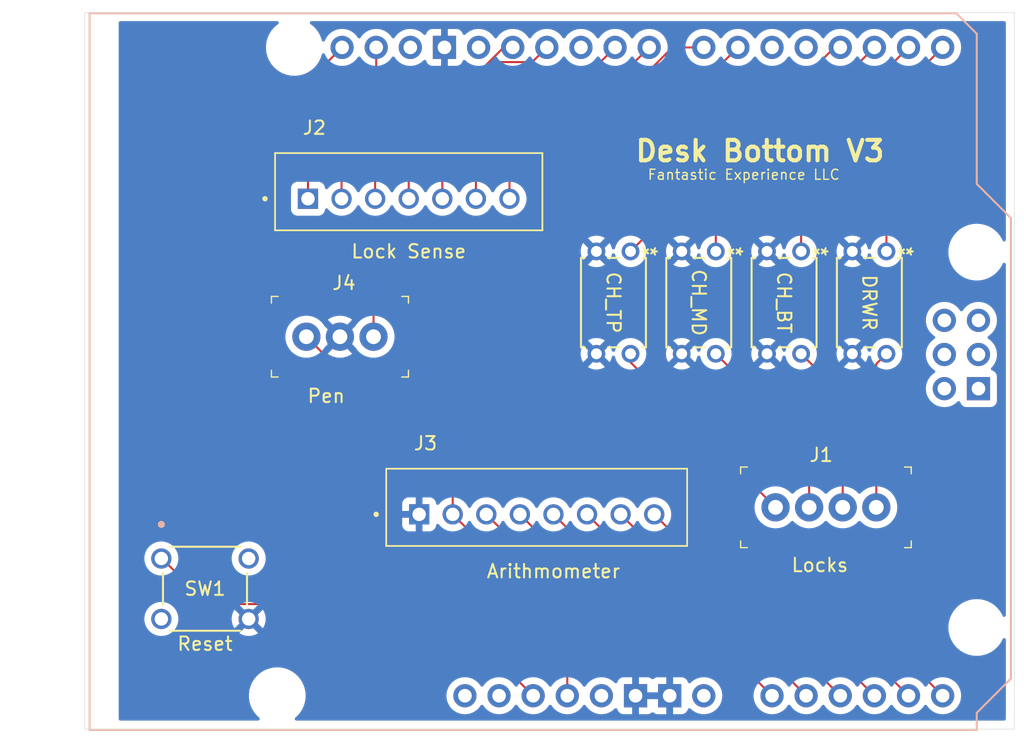
<source format=kicad_pcb>
(kicad_pcb (version 20211014) (generator pcbnew)

  (general
    (thickness 1.6)
  )

  (paper "USLetter")
  (title_block
    (rev "1")
  )

  (layers
    (0 "F.Cu" signal "Front")
    (31 "B.Cu" signal "Back")
    (34 "B.Paste" user)
    (35 "F.Paste" user)
    (36 "B.SilkS" user "B.Silkscreen")
    (37 "F.SilkS" user "F.Silkscreen")
    (38 "B.Mask" user)
    (39 "F.Mask" user)
    (44 "Edge.Cuts" user)
    (45 "Margin" user)
    (46 "B.CrtYd" user "B.Courtyard")
    (47 "F.CrtYd" user "F.Courtyard")
    (49 "F.Fab" user)
  )

  (setup
    (stackup
      (layer "F.SilkS" (type "Top Silk Screen"))
      (layer "F.Paste" (type "Top Solder Paste"))
      (layer "F.Mask" (type "Top Solder Mask") (thickness 0.01))
      (layer "F.Cu" (type "copper") (thickness 0.035))
      (layer "dielectric 1" (type "core") (thickness 1.51) (material "FR4") (epsilon_r 4.5) (loss_tangent 0.02))
      (layer "B.Cu" (type "copper") (thickness 0.035))
      (layer "B.Mask" (type "Bottom Solder Mask") (thickness 0.01))
      (layer "B.Paste" (type "Bottom Solder Paste"))
      (layer "B.SilkS" (type "Bottom Silk Screen"))
      (copper_finish "None")
      (dielectric_constraints no)
    )
    (pad_to_mask_clearance 0.0508)
    (pcbplotparams
      (layerselection 0x00010fc_ffffffff)
      (disableapertmacros false)
      (usegerberextensions false)
      (usegerberattributes false)
      (usegerberadvancedattributes false)
      (creategerberjobfile false)
      (svguseinch false)
      (svgprecision 6)
      (excludeedgelayer true)
      (plotframeref false)
      (viasonmask false)
      (mode 1)
      (useauxorigin false)
      (hpglpennumber 1)
      (hpglpenspeed 20)
      (hpglpendiameter 15.000000)
      (dxfpolygonmode true)
      (dxfimperialunits true)
      (dxfusepcbnewfont true)
      (psnegative false)
      (psa4output false)
      (plotreference true)
      (plotvalue false)
      (plotinvisibletext false)
      (sketchpadsonfab false)
      (subtractmaskfromsilk true)
      (outputformat 1)
      (mirror false)
      (drillshape 0)
      (scaleselection 1)
      (outputdirectory "./gerbers")
    )
  )

  (net 0 "")
  (net 1 "unconnected-(CC1-PadD4)")
  (net 2 "unconnected-(CC1-Pad5V2)")
  (net 3 "unconnected-(CC1-PadAREF)")
  (net 4 "unconnected-(CC1-PadGND4)")
  (net 5 "unconnected-(CC1-PadIORF)")
  (net 6 "unconnected-(CC1-PadMISO)")
  (net 7 "unconnected-(CC1-PadMOSI)")
  (net 8 "Net-(CC1-PadRST1)")
  (net 9 "unconnected-(CC1-PadRST2)")
  (net 10 "unconnected-(CC1-PadSCK)")
  (net 11 "GND")
  (net 12 "unconnected-(CC1-PadD5)")
  (net 13 "unconnected-(CC1-PadD10)")
  (net 14 "unconnected-(CC1-PadD13)")
  (net 15 "unconnected-(CC1-Pad5V1)")
  (net 16 "/12v")
  (net 17 "+3.3V")
  (net 18 "/chain_top_ctl")
  (net 19 "/chain_middle_ctl")
  (net 20 "/chain_bottom_ctl")
  (net 21 "/center_drawer_rtn")
  (net 22 "/chain_top_rtn")
  (net 23 "/chain_middle_rtn")
  (net 24 "/chain_bottom_rtn")
  (net 25 "/chain_top_left_sense")
  (net 26 "/chain_top_right_sense")
  (net 27 "/chain_middle_left_sense")
  (net 28 "/chain_middle_right_sense")
  (net 29 "/chain_bottom_left_sense")
  (net 30 "/chain_bottom_right_sense")
  (net 31 "/center_drawer_sense")
  (net 32 "/pen_sense")
  (net 33 "/arithmo_0")
  (net 34 "/arithmo_1")
  (net 35 "/arithmo_2")
  (net 36 "/arithmo_3")
  (net 37 "/arithmo_4")
  (net 38 "/arithmo_5")
  (net 39 "/center_drawer_ctl")

  (footprint "digikey-footprints:PinHeader_1x3_P2.5mm_Drill1.1mm" (layer "F.Cu") (at 120.65 83.82))

  (footprint "B8B_XH_A_LF__SN_:JST_B8B-XH-A(LF)(SN)" (layer "F.Cu") (at 137.795 96.52))

  (footprint "G3VM-41AY1:A-DIP4_THD_OMR" (layer "F.Cu") (at 144.78 77.47 -90))

  (footprint "digikey-footprints:PinHeader_1x4_P2.5mm_Drill1.1mm" (layer "F.Cu") (at 155.575 96.52))

  (footprint "orange_switch:SW_B3F-1000_OMR" (layer "F.Cu") (at 109.855 100.33))

  (footprint "B7B_XH_A_LF__SN_:B7B-XH-A_LF__SN_" (layer "F.Cu") (at 128.27 73.025))

  (footprint "G3VM-41AY1:A-DIP4_THD_OMR" (layer "F.Cu") (at 163.83 77.47 -90))

  (footprint "G3VM-41AY1:A-DIP4_THD_OMR" (layer "F.Cu") (at 157.48 77.47 -90))

  (footprint "Arduino:Arduino_Uno_Shield" (layer "F.Cu") (at 104.514 113.084237))

  (footprint "G3VM-41AY1:A-DIP4_THD_OMR" (layer "F.Cu") (at 151.13 77.47 -90))

  (gr_rect (start 104.14 59.69) (end 173.355 113.03) (layer "Edge.Cuts") (width 0.0381) (fill none) (tstamp 4ffcf992-c09e-4660-ae03-e7ac8b89c861))
  (gr_text "Fantastic Experience LLC" (at 146 71.755) (layer "F.SilkS") (tstamp 11ce9a72-a90c-4176-b6b6-ff24358b525a)
    (effects (font (size 0.75 0.75) (thickness 0.1)) (justify left))
  )
  (gr_text "Desk Bottom V3" (at 145 70) (layer "F.SilkS") (tstamp b3748f54-cc9d-4050-82f9-e625f4411bf7)
    (effects (font (size 1.524 1.524) (thickness 0.3048)) (justify left))
  )

  (segment (start 113.297401 103.722302) (end 109.779999 100.2049) (width 0.1524) (layer "F.Cu") (net 8) (tstamp 1fa2e98a-1447-4ed9-9dd8-60433ef52939))
  (segment (start 137.534 110.544237) (end 130.712065 103.722302) (width 0.1524) (layer "F.Cu") (net 8) (tstamp c7a429ad-676f-47d8-b5df-866b81f10998))
  (segment (start 130.712065 103.722302) (end 113.297401 103.722302) (width 0.1524) (layer "F.Cu") (net 8) (tstamp daae9153-5896-4d00-a3d9-3262acb33930))
  (segment (start 140.074 110.544237) (end 140.074 105.574) (width 0.1524) (layer "F.Cu") (net 17) (tstamp 0aaf0ea6-0d74-4ee1-b0e5-7199872c30fc))
  (segment (start 140.074 105.574) (end 131.545 97.045) (width 0.1524) (layer "F.Cu") (net 17) (tstamp 29eb26ef-c2f9-4021-bf68-8d97db0afc88))
  (segment (start 131.545 94.715) (end 131.545 97.045) (width 0.1524) (layer "F.Cu") (net 17) (tstamp 420158f8-8d78-4568-91b9-87549481fba6))
  (segment (start 120.65 83.82) (end 131.545 94.715) (width 0.1524) (layer "F.Cu") (net 17) (tstamp 7b8fbb77-37d0-4afb-8221-41f8c8132f93))
  (segment (start 159.965763 62.284237) (end 160.394 62.284237) (width 0.1524) (layer "F.Cu") (net 18) (tstamp 1666dde3-87a1-4d11-8b2e-78746c40325e))
  (segment (start 144.78 77.47) (end 159.965763 62.284237) (width 0.1524) (layer "F.Cu") (net 18) (tstamp a7b6b674-4033-4253-8114-eae8c5e2a18d))
  (segment (start 151.13 77.47) (end 151.13 74.088237) (width 0.1524) (layer "F.Cu") (net 19) (tstamp 0d4c55a5-5ca1-4024-8c8b-fcaea99529c2))
  (segment (start 151.13 74.088237) (end 162.934 62.284237) (width 0.1524) (layer "F.Cu") (net 19) (tstamp f5db625e-e57c-4297-a091-38c487ab2b58))
  (segment (start 157.48 70.278237) (end 165.474 62.284237) (width 0.1524) (layer "F.Cu") (net 20) (tstamp 6a724f4d-5cb1-48d4-aa22-21e880314bb4))
  (segment (start 157.48 77.47) (end 157.48 70.278237) (width 0.1524) (layer "F.Cu") (net 20) (tstamp e54c535b-6568-4ab7-a753-2fa08f1dcea5))
  (segment (start 163.075 85.845) (end 163.83 85.09) (width 0.1524) (layer "F.Cu") (net 21) (tstamp 0c229a53-52f0-417a-b277-849b335b1168))
  (segment (start 163.075 96.52) (end 163.075 85.845) (width 0.1524) (layer "F.Cu") (net 21) (tstamp 67b42995-64c1-436e-bb74-a2a7599e622e))
  (segment (start 155.575 96.52) (end 144.78 85.725) (width 0.1524) (layer "F.Cu") (net 22) (tstamp 613ef451-65fe-4050-91d6-fc1e0b2ef007))
  (segment (start 144.78 85.725) (end 144.78 85.09) (width 0.1524) (layer "F.Cu") (net 22) (tstamp abf3de05-ec29-46ec-a559-6b12e5f44504))
  (segment (start 158.075 92.035) (end 151.13 85.09) (width 0.1524) (layer "F.Cu") (net 23) (tstamp 1ce16d60-6465-4b81-ba65-4c226dec6b21))
  (segment (start 158.075 96.52) (end 158.075 92.035) (width 0.1524) (layer "F.Cu") (net 23) (tstamp 639477f4-1848-43f8-a8ef-05295ca7abdc))
  (segment (start 160.575 96.52) (end 160.575 88.185) (width 0.1524) (layer "F.Cu") (net 24) (tstamp 0e118dc3-a0cd-4501-8d83-c19edead32c6))
  (segment (start 160.575 88.185) (end 157.48 85.09) (width 0.1524) (layer "F.Cu") (net 24) (tstamp d8abf94a-c586-41a7-8062-949f82927878))
  (segment (start 120.77 72.28) (end 120.77 73.55) (width 0.1524) (layer "F.Cu") (net 25) (tstamp 1684f7a6-59f2-4a4d-815f-3f46fcd31e13))
  (segment (start 125.85 62.284237) (end 125.85 67.2) (width 0.1524) (layer "F.Cu") (net 25) (tstamp 358cb7bf-8855-4aa5-bd01-4f7e22e9f94c))
  (segment (start 125.85 67.2) (end 120.77 72.28) (width 0.1524) (layer "F.Cu") (net 25) (tstamp 3b3a389e-7152-4a7f-b34a-c62156060c8c))
  (segment (start 135.335417 62.284237) (end 126.322254 71.2974) (width 0.1524) (layer "F.Cu") (net 26) (tstamp 441c51d4-9e4c-4e5b-830a-6bb4c0213231))
  (segment (start 136.01 62.284237) (end 135.335417 62.284237) (width 0.1524) (layer "F.Cu") (net 26) (tstamp 7e59a517-589b-49ee-ace0-487d39332caf))
  (segment (start 123.27 72.28) (end 123.27 73.55) (width 0.1524) (layer "F.Cu") (net 26) (tstamp 895352b8-8632-458b-972a-2508ebeeeda8))
  (segment (start 126.322254 71.2974) (end 124.2526 71.2974) (width 0.1524) (layer "F.Cu") (net 26) (tstamp 8b86b3c6-dd53-4bb1-a36e-3c8acc7aeb70))
  (segment (start 124.2526 71.2974) (end 123.27 72.28) (width 0.1524) (layer "F.Cu") (net 26) (tstamp f0490d2e-0378-4a81-830c-10109258432e))
  (segment (start 138.55 62.284237) (end 137.4578 63.376437) (width 0.1524) (layer "F.Cu") (net 27) (tstamp 4b1e8a8c-b333-45eb-8daf-f8424bc6c72e))
  (segment (start 137.4578 63.376437) (end 134.673563 63.376437) (width 0.1524) (layer "F.Cu") (net 27) (tstamp 65ba58f0-dcfe-4c01-a6a7-89ff1c6acd3b))
  (segment (start 134.673563 63.376437) (end 125.77 72.28) (width 0.1524) (layer "F.Cu") (net 27) (tstamp 73c859e5-b064-454a-a76e-bfac85efe938))
  (segment (start 125.77 72.28) (end 125.77 73.55) (width 0.1524) (layer "F.Cu") (net 27) (tstamp 8677e7f5-69fb-4f41-aa5c-c0823d1e0e78))
  (segment (start 128.27 70.485) (end 128.27 73.55) (width 0.1524) (layer "F.Cu") (net 28) (tstamp 1e76a8b2-5230-4fb3-9373-cc4362fc9c6a))
  (segment (start 143.63 62.284237) (end 141.779237 64.135) (width 0.1524) (layer "F.Cu") (net 28) (tstamp 613f176e-f151-4be9-b5f0-7576804ffb1c))
  (segment (start 141.779237 64.135) (end 134.62 64.135) (width 0.1524) (layer "F.Cu") (net 28) (tstamp 902510c0-cc4e-4833-abbf-8427be01bcbd))
  (segment (start 134.62 64.135) (end 128.27 70.485) (width 0.1524) (layer "F.Cu") (net 28) (tstamp e45ea912-e361-4cc1-8003-eb366472c708))
  (segment (start 130.77 68.62) (end 130.77 73.55) (width 0.1524) (layer "F.Cu") (net 29) (tstamp 522731b2-acd8-4b39-aba6-4353f5c27d44))
  (segment (start 143.684237 64.77) (end 134.62 64.77) (width 0.1524) (layer "F.Cu") (net 29) (tstamp a01299c2-41ed-40d3-ad77-51d2933fd0b4))
  (segment (start 134.62 64.77) (end 130.77 68.62) (width 0.1524) (layer "F.Cu") (net 29) (tstamp db53fd02-1c18-40e0-9677-b75d08d76507))
  (segment (start 146.17 62.284237) (end 143.684237 64.77) (width 0.1524) (layer "F.Cu") (net 29) (tstamp ee7aea45-413d-416d-9b99-3b03d6dd5d52))
  (segment (start 150.234 62.284237) (end 147.900763 62.284237) (width 0.1524) (layer "F.Cu") (net 30) (tstamp 286594fd-4676-4f0c-8059-a84747dcb15e))
  (segment (start 134.62 65.405) (end 133.27 66.755) (width 0.1524) (layer "F.Cu") (net 30) (tstamp 6dd1baf5-c3b3-4efe-8975-df9118091b93))
  (segment (start 144.78 65.405) (end 134.62 65.405) (width 0.1524) (layer "F.Cu") (net 30) (tstamp 8c7122c4-b102-4276-bb9b-861c2c04b306))
  (segment (start 133.27 66.755) (end 133.27 73.55) (width 0.1524) (layer "F.Cu") (net 30) (tstamp a04342c4-c49c-4441-8a67-f1e42aa914b8))
  (segment (start 147.900763 62.284237) (end 144.78 65.405) (width 0.1524) (layer "F.Cu") (net 30) (tstamp dbcd9233-5a12-4709-913c-66dfd76241c7))
  (segment (start 137.16 66.04) (end 135.77 67.43) (width 0.1524) (layer "F.Cu") (net 31) (tstamp 07258e83-7a76-4bcf-9619-ff7c0f091056))
  (segment (start 135.77 67.43) (end 135.77 73.55) (width 0.1524) (layer "F.Cu") (net 31) (tstamp 2b1e0b90-44ed-43ad-a2f2-4d25b7b7eeac))
  (segment (start 152.774 62.284237) (end 149.018237 66.04) (width 0.1524) (layer "F.Cu") (net 31) (tstamp 4ccc5662-b1c2-4229-8dd6-7dff2043ef51))
  (segment (start 149.018237 66.04) (end 137.16 66.04) (width 0.1524) (layer "F.Cu") (net 31) (tstamp a7c5d803-121d-4e53-b2b0-fdda2352f380))
  (segment (start 121.285 79.375) (end 123.825 79.375) (width 0.1524) (layer "F.Cu") (net 32) (tstamp 0defb56e-6669-4a49-aeb2-e5026df74464))
  (segment (start 114.3 71.294237) (end 114.3 72.39) (width 0.1524) (layer "F.Cu") (net 32) (tstamp 3ff927ac-f25e-414f-a03c-dcdd5dffcfb9))
  (segment (start 123.31 62.284237) (end 114.3 71.294237) (width 0.1524) (layer "F.Cu") (net 32) (tstamp 628c5b52-f09f-4bdd-a977-bd54cb75a314))
  (segment (start 114.3 72.39) (end 121.285 79.375) (width 0.1524) (layer "F.Cu") (net 32) (tstamp 9d1f6d6b-e848-417f-9d3d-bea30ce0e1f0))
  (segment (start 123.825 79.375) (end 125.65 81.2) (width 0.1524) (layer "F.Cu") (net 32) (tstamp dcdea84a-5cac-4673-96aa-b5fac3b66603))
  (segment (start 125.65 81.2) (end 125.65 83.82) (width 0.1524) (layer "F.Cu") (net 32) (tstamp ebb43a11-dbe7-49d5-85bc-7c03631642eb))
  (segment (start 153.267037 109.452037) (end 150.495 106.68) (width 0.1524) (layer "F.Cu") (net 33) (tstamp 0d0510d4-e263-48a5-91ad-d500d115c678))
  (segment (start 143.68 106.68) (end 134.045 97.045) (width 0.1524) (layer "F.Cu") (net 33) (tstamp 70a9fb95-44fa-49a4-9622-aa16e4bc095d))
  (segment (start 154.2218 109.452037) (end 153.267037 109.452037) (width 0.1524) (layer "F.Cu") (net 33) (tstamp b2c01191-a5ca-4e89-be0a-cb55448ee479))
  (segment (start 155.314 110.544237) (end 154.2218 109.452037) (width 0.1524) (layer "F.Cu") (net 33) (tstamp beff823c-af34-4250-9563-a50aa06317ef))
  (segment (start 150.495 106.68) (end 143.68 106.68) (width 0.1524) (layer "F.Cu") (net 33) (tstamp c24e4462-53f4-48d3-8511-e7b13d2a1cec))
  (segment (start 152.719763 105.41) (end 144.91 105.41) (width 0.1524) (layer "F.Cu") (net 34) (tstamp 44dae0fa-efc2-4b34-88cb-6d5eed0cf910))
  (segment (start 144.91 105.41) (end 136.545 97.045) (width 0.1524) (layer "F.Cu") (net 34) (tstamp 64438cdb-d262-4075-a4e1-d57e8e3ed076))
  (segment (start 157.854 110.544237) (end 152.719763 105.41) (width 0.1524) (layer "F.Cu") (net 34) (tstamp ccdaa852-b69d-4097-9375-fdf43bb848e0))
  (segment (start 146.775 104.775) (end 139.045 97.045) (width 0.1524) (layer "F.Cu") (net 35) (tstamp 5dc8de8b-5a65-4d4e-a6ab-6baaf76cf437))
  (segment (start 154.624763 104.775) (end 146.775 104.775) (width 0.1524) (layer "F.Cu") (net 35) (tstamp 98be239a-a4f5-45d2-9842-a0e39e38ccd8))
  (segment (start 160.394 110.544237) (end 154.624763 104.775) (width 0.1524) (layer "F.Cu") (net 35) (tstamp d17a8ce6-148c-4cf8-9041-f09b2fc26904))
  (segment (start 162.934 110.544237) (end 156.529763 104.14) (width 0.1524) (layer "F.Cu") (net 36) (tstamp 857c28bb-441b-46c8-8abe-b5c4dd130a8b))
  (segment (start 148.59 104.14) (end 148.59 104.09) (width 0.1524) (layer "F.Cu") (net 36) (tstamp 945cb63e-dd36-4aec-b0cf-80d85f81e051))
  (segment (start 148.59 104.09) (end 141.545 97.045) (width 0.1524) (layer "F.Cu") (net 36) (tstamp be92b946-fc6f-4aa0-97a0-5c082e457102))
  (segment (start 156.529763 104.14) (end 148.59 104.14) (width 0.1524) (layer "F.Cu") (net 36) (tstamp e11c2ef3-473e-41b2-87df-c478ea8c4302))
  (segment (start 165.474 110.544237) (end 157.799763 102.87) (width 0.1524) (layer "F.Cu") (net 37) (tstamp 075c1085-9e59-45ba-9ae6-b05e34d379b6))
  (segment (start 149.86 102.87) (end 149.86 102.86) (width 0.1524) (layer "F.Cu") (net 37) (tstamp 72f83d68-5df9-41e9-ac6c-e877302ffbc6))
  (segment (start 149.86 102.86) (end 144.045 97.045) (width 0.1524) (layer "F.Cu") (net 37) (tstamp 793c6025-42b0-470c-b8d7-8a16d70b18af))
  (segment (start 157.799763 102.87) (end 149.86 102.87) (width 0.1524) (layer "F.Cu") (net 37) (tstamp f9a10007-8f95-453f-a47a-d030199088b0))
  (segment (start 159.069763 101.6) (end 151.1 101.6) (width 0.1524) (layer "F.Cu") (net 38) (tstamp 45f959a7-969c-44c8-9874-e2bc8b073587))
  (segment (start 151.1 101.6) (end 146.545 97.045) (width 0.1524) (layer "F.Cu") (net 38) (tstamp 542bd3a2-eaaa-499f-bf4d-e92c0300a545))
  (segment (start 168.014 110.544237) (end 159.069763 101.6) (width 0.1524) (layer "F.Cu") (net 38) (tstamp f3152b10-354f-431d-bee0-2e16fe953539))
  (segment (start 163.83 77.47) (end 163.83 66.468237) (width 0.1524) (layer "F.Cu") (net 39) (tstamp 40abd9aa-c93a-4fb1-b8ea-d5cef95c42c8))
  (segment (start 163.83 66.468237) (end 168.014 62.284237) (width 0.1524) (layer "F.Cu") (net 39) (tstamp 977ff4aa-9342-41d3-9596-df045da024af))

  (zone (net 11) (net_name "GND") (layer "B.Cu") (tstamp 7e7168ff-2ae7-42e3-b523-425a20418455) (hatch edge 0.508)
    (connect_pads (clearance 0.508))
    (min_thickness 0.254) (filled_areas_thickness no)
    (fill yes (thermal_gap 0.508) (thermal_bridge_width 0.508))
    (polygon
      (pts
        (xy 172.72 112.395)
        (xy 106.68 112.395)
        (xy 106.68 60.325)
        (xy 172.72 60.325)
      )
    )
    (filled_polygon
      (layer "B.Cu")
      (pts
        (xy 118.544444 60.345002)
        (xy 118.590937 60.398658)
        (xy 118.601041 60.468932)
        (xy 118.571547 60.533512)
        (xy 118.548774 60.554087)
        (xy 118.423977 60.641796)
        (xy 118.213378 60.837497)
        (xy 118.031287 61.059969)
        (xy 117.881073 61.305095)
        (xy 117.879347 61.309028)
        (xy 117.879346 61.309029)
        (xy 117.864017 61.34395)
        (xy 117.765517 61.568339)
        (xy 117.686756 61.844831)
        (xy 117.646249 62.129453)
        (xy 117.646227 62.133742)
        (xy 117.646226 62.133749)
        (xy 117.645068 62.354815)
        (xy 117.644743 62.41694)
        (xy 117.682268 62.701971)
        (xy 117.758129 62.979273)
        (xy 117.759813 62.983221)
        (xy 117.867628 63.235987)
        (xy 117.870923 63.243713)
        (xy 117.884882 63.267036)
        (xy 118.005835 63.469134)
        (xy 118.018561 63.490398)
        (xy 118.198313 63.714765)
        (xy 118.406851 63.91266)
        (xy 118.640317 64.080423)
        (xy 118.644112 64.082432)
        (xy 118.644113 64.082433)
        (xy 118.665869 64.093952)
        (xy 118.894392 64.214949)
        (xy 119.164373 64.313748)
        (xy 119.445264 64.374992)
        (xy 119.473841 64.377241)
        (xy 119.668282 64.392544)
        (xy 119.668291 64.392544)
        (xy 119.670739 64.392737)
        (xy 119.826271 64.392737)
        (xy 119.828407 64.392591)
        (xy 119.828418 64.392591)
        (xy 120.036548 64.378402)
        (xy 120.036554 64.378401)
        (xy 120.040825 64.37811)
        (xy 120.04502 64.377241)
        (xy 120.045022 64.377241)
        (xy 120.181583 64.348961)
        (xy 120.322342 64.319811)
        (xy 120.593343 64.223844)
        (xy 120.848812 64.091987)
        (xy 120.852313 64.089526)
        (xy 120.852317 64.089524)
        (xy 120.966417 64.009333)
        (xy 121.084023 63.926678)
        (xy 121.294622 63.730977)
        (xy 121.476713 63.508505)
        (xy 121.626927 63.263379)
        (xy 121.643118 63.226496)
        (xy 121.740757 63.004067)
        (xy 121.742483 63.000135)
        (xy 121.797762 62.806078)
        (xy 121.835661 62.746043)
        (xy 121.900001 62.716029)
        (xy 121.970354 62.725564)
        (xy 122.024384 62.771621)
        (xy 122.035682 62.793188)
        (xy 122.081086 62.905006)
        (xy 122.198975 63.097384)
        (xy 122.346702 63.267924)
        (xy 122.520299 63.412047)
        (xy 122.524751 63.414649)
        (xy 122.524756 63.414652)
        (xy 122.660107 63.493745)
        (xy 122.715103 63.525882)
        (xy 122.925884 63.606371)
        (xy 122.930952 63.607402)
        (xy 122.930955 63.607403)
        (xy 123.039404 63.629467)
        (xy 123.146981 63.651354)
        (xy 123.152156 63.651544)
        (xy 123.152158 63.651544)
        (xy 123.367292 63.659433)
        (xy 123.367296 63.659433)
        (xy 123.372456 63.659622)
        (xy 123.377576 63.658966)
        (xy 123.377578 63.658966)
        (xy 123.44802 63.649942)
        (xy 123.596253 63.630953)
        (xy 123.601202 63.629468)
        (xy 123.601208 63.629467)
        (xy 123.807413 63.567602)
        (xy 123.807412 63.567602)
        (xy 123.812363 63.566117)
        (xy 123.929964 63.508505)
        (xy 124.010331 63.469134)
        (xy 124.010336 63.469131)
        (xy 124.014982 63.466855)
        (xy 124.019192 63.463852)
        (xy 124.019197 63.463849)
        (xy 124.194455 63.338838)
        (xy 124.194459 63.338834)
        (xy 124.198667 63.335833)
        (xy 124.358487 63.17657)
        (xy 124.47937 63.008344)
        (xy 124.535364 62.964696)
        (xy 124.606068 62.95825)
        (xy 124.669032 62.991053)
        (xy 124.689125 63.016036)
        (xy 124.736275 63.09298)
        (xy 124.736279 63.092985)
        (xy 124.738975 63.097384)
        (xy 124.886702 63.267924)
        (xy 125.060299 63.412047)
        (xy 125.064751 63.414649)
        (xy 125.064756 63.414652)
        (xy 125.200107 63.493745)
        (xy 125.255103 63.525882)
        (xy 125.465884 63.606371)
        (xy 125.470952 63.607402)
        (xy 125.470955 63.607403)
        (xy 125.579404 63.629467)
        (xy 125.686981 63.651354)
        (xy 125.692156 63.651544)
        (xy 125.692158 63.651544)
        (xy 125.907292 63.659433)
        (xy 125.907296 63.659433)
        (xy 125.912456 63.659622)
        (xy 125.917576 63.658966)
        (xy 125.917578 63.658966)
        (xy 125.98802 63.649942)
        (xy 126.136253 63.630953)
        (xy 126.141202 63.629468)
        (xy 126.141208 63.629467)
        (xy 126.347413 63.567602)
        (xy 126.347412 63.567602)
        (xy 126.352363 63.566117)
        (xy 126.469964 63.508505)
        (xy 126.550331 63.469134)
        (xy 126.550336 63.469131)
        (xy 126.554982 63.466855)
        (xy 126.559192 63.463852)
        (xy 126.559197 63.463849)
        (xy 126.734455 63.338838)
        (xy 126.734459 63.338834)
        (xy 126.738667 63.335833)
        (xy 126.898487 63.17657)
        (xy 127.01937 63.008344)
        (xy 127.075364 62.964696)
        (xy 127.146068 62.95825)
        (xy 127.209032 62.991053)
        (xy 127.229125 63.016036)
        (xy 127.276275 63.09298)
        (xy 127.276279 63.092985)
        (xy 127.278975 63.097384)
        (xy 127.426702 63.267924)
        (xy 127.600299 63.412047)
        (xy 127.604751 63.414649)
        (xy 127.604756 63.414652)
        (xy 127.740107 63.493745)
        (xy 127.795103 63.525882)
        (xy 128.005884 63.606371)
        (xy 128.010952 63.607402)
        (xy 128.010955 63.607403)
        (xy 128.119404 63.629467)
        (xy 128.226981 63.651354)
        (xy 128.232156 63.651544)
        (xy 128.232158 63.651544)
        (xy 128.447292 63.659433)
        (xy 128.447296 63.659433)
        (xy 128.452456 63.659622)
        (xy 128.457576 63.658966)
        (xy 128.457578 63.658966)
        (xy 128.52802 63.649942)
        (xy 128.676253 63.630953)
        (xy 128.681202 63.629468)
        (xy 128.681208 63.629467)
        (xy 128.887413 63.567602)
        (xy 128.887412 63.567602)
        (xy 128.892363 63.566117)
        (xy 129.009964 63.508505)
        (xy 129.090331 63.469134)
        (xy 129.090336 63.469131)
        (xy 129.094982 63.466855)
        (xy 129.099192 63.463852)
        (xy 129.099197 63.463849)
        (xy 129.274455 63.338838)
        (xy 129.274459 63.338834)
        (xy 129.278667 63.335833)
        (xy 129.3603 63.254485)
        (xy 129.370106 63.244713)
        (xy 129.432478 63.210797)
        (xy 129.503285 63.215985)
        (xy 129.560046 63.258631)
        (xy 129.577028 63.289734)
        (xy 129.613076 63.385891)
        (xy 129.621614 63.401486)
        (xy 129.698115 63.503561)
        (xy 129.710676 63.516122)
        (xy 129.812751 63.592623)
        (xy 129.828346 63.601161)
        (xy 129.948794 63.646315)
        (xy 129.964049 63.649942)
        (xy 130.014914 63.655468)
        (xy 130.021728 63.655837)
        (xy 130.657885 63.655837)
        (xy 130.673124 63.651362)
        (xy 130.674329 63.649972)
        (xy 130.676 63.642289)
        (xy 130.676 63.637721)
        (xy 131.184 63.637721)
        (xy 131.188475 63.65296)
        (xy 131.189865 63.654165)
        (xy 131.197548 63.655836)
        (xy 131.838269 63.655836)
        (xy 131.84509 63.655466)
        (xy 131.895952 63.649942)
        (xy 131.911204 63.646316)
        (xy 132.031654 63.601161)
        (xy 132.047249 63.592623)
        (xy 132.149324 63.516122)
        (xy 132.161885 63.503561)
        (xy 132.238386 63.401486)
        (xy 132.246924 63.385891)
        (xy 132.281841 63.292752)
        (xy 132.324483 63.235987)
        (xy 132.391045 63.211288)
        (xy 132.460394 63.226496)
        (xy 132.49506 63.254484)
        (xy 132.506702 63.267924)
        (xy 132.680299 63.412047)
        (xy 132.684751 63.414649)
        (xy 132.684756 63.414652)
        (xy 132.820107 63.493745)
        (xy 132.875103 63.525882)
        (xy 133.085884 63.606371)
        (xy 133.090952 63.607402)
        (xy 133.090955 63.607403)
        (xy 133.199404 63.629467)
        (xy 133.306981 63.651354)
        (xy 133.312156 63.651544)
        (xy 133.312158 63.651544)
        (xy 133.527292 63.659433)
        (xy 133.527296 63.659433)
        (xy 133.532456 63.659622)
        (xy 133.537576 63.658966)
        (xy 133.537578 63.658966)
        (xy 133.60802 63.649942)
        (xy 133.756253 63.630953)
        (xy 133.761202 63.629468)
        (xy 133.761208 63.629467)
        (xy 133.967413 63.567602)
        (xy 133.967412 63.567602)
        (xy 133.972363 63.566117)
        (xy 134.089964 63.508505)
        (xy 134.170331 63.469134)
        (xy 134.170336 63.469131)
        (xy 134.174982 63.466855)
        (xy 134.179192 63.463852)
        (xy 134.179197 63.463849)
        (xy 134.354455 63.338838)
        (xy 134.354459 63.338834)
        (xy 134.358667 63.335833)
        (xy 134.518487 63.17657)
        (xy 134.63937 63.008344)
        (xy 134.695364 62.964696)
        (xy 134.766068 62.95825)
        (xy 134.829032 62.991053)
        (xy 134.849125 63.016036)
        (xy 134.896275 63.09298)
        (xy 134.896279 63.092985)
        (xy 134.898975 63.097384)
        (xy 135.046702 63.267924)
        (xy 135.220299 63.412047)
        (xy 135.224751 63.414649)
        (xy 135.224756 63.414652)
        (xy 135.360107 63.493745)
        (xy 135.415103 63.525882)
        (xy 135.625884 63.606371)
        (xy 135.630952 63.607402)
        (xy 135.630955 63.607403)
        (xy 135.739404 63.629467)
        (xy 135.846981 63.651354)
        (xy 135.852156 63.651544)
        (xy 135.852158 63.651544)
        (xy 136.067292 63.659433)
        (xy 136.067296 63.659433)
        (xy 136.072456 63.659622)
        (xy 136.077576 63.658966)
        (xy 136.077578 63.658966)
        (xy 136.14802 63.649942)
        (xy 136.296253 63.630953)
        (xy 136.301202 63.629468)
        (xy 136.301208 63.629467)
        (xy 136.507413 63.567602)
        (xy 136.507412 63.567602)
        (xy 136.512363 63.566117)
        (xy 136.629964 63.508505)
        (xy 136.710331 63.469134)
        (xy 136.710336 63.469131)
        (xy 136.714982 63.466855)
        (xy 136.719192 63.463852)
        (xy 136.719197 63.463849)
        (xy 136.894455 63.338838)
        (xy 136.894459 63.338834)
        (xy 136.898667 63.335833)
        (xy 137.058487 63.17657)
        (xy 137.17937 63.008344)
        (xy 137.235364 62.964696)
        (xy 137.306068 62.95825)
        (xy 137.369032 62.991053)
        (xy 137.389125 63.016036)
        (xy 137.436275 63.09298)
        (xy 137.436279 63.092985)
        (xy 137.438975 63.097384)
        (xy 137.586702 63.267924)
        (xy 137.760299 63.412047)
        (xy 137.764751 63.414649)
        (xy 137.764756 63.414652)
        (xy 137.900107 63.493745)
        (xy 137.955103 63.525882)
        (xy 138.165884 63.606371)
        (xy 138.170952 63.607402)
        (xy 138.170955 63.607403)
        (xy 138.279404 63.629467)
        (xy 138.386981 63.651354)
        (xy 138.392156 63.651544)
        (xy 138.392158 63.651544)
        (xy 138.607292 63.659433)
        (xy 138.607296 63.659433)
        (xy 138.612456 63.659622)
        (xy 138.617576 63.658966)
        (xy 138.617578 63.658966)
        (xy 138.68802 63.649942)
        (xy 138.836253 63.630953)
        (xy 138.841202 63.629468)
        (xy 138.841208 63.629467)
        (xy 139.047413 63.567602)
        (xy 139.047412 63.567602)
        (xy 139.052363 63.566117)
        (xy 139.169964 63.508505)
        (xy 139.250331 63.469134)
        (xy 139.250336 63.469131)
        (xy 139.254982 63.466855)
        (xy 139.259192 63.463852)
        (xy 139.259197 63.463849)
        (xy 139.434455 63.338838)
        (xy 139.434459 63.338834)
        (xy 139.438667 63.335833)
        (xy 139.598487 63.17657)
        (xy 139.71937 63.008344)
        (xy 139.775364 62.964696)
        (xy 139.846068 62.95825)
        (xy 139.909032 62.991053)
        (xy 139.929125 63.016036)
        (xy 139.976275 63.09298)
        (xy 139.976279 63.092985)
        (xy 139.978975 63.097384)
        (xy 140.126702 63.267924)
        (xy 140.300299 63.412047)
        (xy 140.304751 63.414649)
        (xy 140.304756 63.414652)
        (xy 140.440107 63.493745)
        (xy 140.495103 63.525882)
        (xy 140.705884 63.606371)
        (xy 140.710952 63.607402)
        (xy 140.710955 63.607403)
        (xy 140.819404 63.629467)
        (xy 140.926981 63.651354)
        (xy 140.932156 63.651544)
        (xy 140.932158 63.651544)
        (xy 141.147292 63.659433)
        (xy 141.147296 63.659433)
        (xy 141.152456 63.659622)
        (xy 141.157576 63.658966)
        (xy 141.157578 63.658966)
        (xy 141.22802 63.649942)
        (xy 141.376253 63.630953)
        (xy 141.381202 63.629468)
        (xy 141.381208 63.629467)
        (xy 141.587413 63.567602)
        (xy 141.587412 63.567602)
        (xy 141.592363 63.566117)
        (xy 141.709964 63.508505)
        (xy 141.790331 63.469134)
        (xy 141.790336 63.469131)
        (xy 141.794982 63.466855)
        (xy 141.799192 63.463852)
        (xy 141.799197 63.463849)
        (xy 141.974455 63.338838)
        (xy 141.974459 63.338834)
        (xy 141.978667 63.335833)
        (xy 142.138487 63.17657)
        (xy 142.25937 63.008344)
        (xy 142.315364 62.964696)
        (xy 142.386068 62.95825)
        (xy 142.449032 62.991053)
        (xy 142.469125 63.016036)
        (xy 142.516275 63.09298)
        (xy 142.516279 63.092985)
        (xy 142.518975 63.097384)
        (xy 142.666702 63.267924)
        (xy 142.840299 63.412047)
        (xy 142.844751 63.414649)
        (xy 142.844756 63.414652)
        (xy 142.980107 63.493745)
        (xy 143.035103 63.525882)
        (xy 143.245884 63.606371)
        (xy 143.250952 63.607402)
        (xy 143.250955 63.607403)
        (xy 143.359404 63.629467)
        (xy 143.466981 63.651354)
        (xy 143.472156 63.651544)
        (xy 143.472158 63.651544)
        (xy 143.687292 63.659433)
        (xy 143.687296 63.659433)
        (xy 143.692456 63.659622)
        (xy 143.697576 63.658966)
        (xy 143.697578 63.658966)
        (xy 143.76802 63.649942)
        (xy 143.916253 63.630953)
        (xy 143.921202 63.629468)
        (xy 143.921208 63.629467)
        (xy 144.127413 63.567602)
        (xy 144.127412 63.567602)
        (xy 144.132363 63.566117)
        (xy 144.249964 63.508505)
        (xy 144.330331 63.469134)
        (xy 144.330336 63.469131)
        (xy 144.334982 63.466855)
        (xy 144.339192 63.463852)
        (xy 144.339197 63.463849)
        (xy 144.514455 63.338838)
        (xy 144.514459 63.338834)
        (xy 144.518667 63.335833)
        (xy 144.678487 63.17657)
        (xy 144.79937 63.008344)
        (xy 144.855364 62.964696)
        (xy 144.926068 62.95825)
        (xy 144.989032 62.991053)
        (xy 145.009125 63.016036)
        (xy 145.056275 63.09298)
        (xy 145.056279 63.092985)
        (xy 145.058975 63.097384)
        (xy 145.206702 63.267924)
        (xy 145.380299 63.412047)
        (xy 145.384751 63.414649)
        (xy 145.384756 63.414652)
        (xy 145.520107 63.493745)
        (xy 145.575103 63.525882)
        (xy 145.785884 63.606371)
        (xy 145.790952 63.607402)
        (xy 145.790955 63.607403)
        (xy 145.899404 63.629467)
        (xy 146.006981 63.651354)
        (xy 146.012156 63.651544)
        (xy 146.012158 63.651544)
        (xy 146.227292 63.659433)
        (xy 146.227296 63.659433)
        (xy 146.232456 63.659622)
        (xy 146.237576 63.658966)
        (xy 146.237578 63.658966)
        (xy 146.30802 63.649942)
        (xy 146.456253 63.630953)
        (xy 146.461202 63.629468)
        (xy 146.461208 63.629467)
        (xy 146.667413 63.567602)
        (xy 146.667412 63.567602)
        (xy 146.672363 63.566117)
        (xy 146.789964 63.508505)
        (xy 146.870331 63.469134)
        (xy 146.870336 63.469131)
        (xy 146.874982 63.466855)
        (xy 146.879192 63.463852)
        (xy 146.879197 63.463849)
        (xy 147.054455 63.338838)
        (xy 147.054459 63.338834)
        (xy 147.058667 63.335833)
        (xy 147.218487 63.17657)
        (xy 147.35015 62.993342)
        (xy 147.450118 62.791072)
        (xy 147.515708 62.575189)
        (xy 147.545158 62.351493)
        (xy 147.546802 62.284237)
        (xy 147.544037 62.250599)
        (xy 148.857609 62.250599)
        (xy 148.857906 62.255751)
        (xy 148.857906 62.255755)
        (xy 148.863618 62.354815)
        (xy 148.870597 62.475851)
        (xy 148.871734 62.480897)
        (xy 148.871735 62.480903)
        (xy 148.892984 62.575189)
        (xy 148.9202 62.695957)
        (xy 148.922142 62.700739)
        (xy 148.922143 62.700743)
        (xy 148.965721 62.808062)
        (xy 149.005086 62.905006)
        (xy 149.122975 63.097384)
        (xy 149.270702 63.267924)
        (xy 149.444299 63.412047)
        (xy 149.448751 63.414649)
        (xy 149.448756 63.414652)
        (xy 149.584107 63.493745)
        (xy 149.639103 63.525882)
        (xy 149.849884 63.606371)
        (xy 149.854952 63.607402)
        (xy 149.854955 63.607403)
        (xy 149.963404 63.629467)
        (xy 150.070981 63.651354)
        (xy 150.076156 63.651544)
        (xy 150.076158 63.651544)
        (xy 150.291292 63.659433)
        (xy 150.291296 63.659433)
        (xy 150.296456 63.659622)
        (xy 150.301576 63.658966)
        (xy 150.301578 63.658966)
        (xy 150.37202 63.649942)
        (xy 150.520253 63.630953)
        (xy 150.525202 63.629468)
        (xy 150.525208 63.629467)
        (xy 150.731413 63.567602)
        (xy 150.731412 63.567602)
        (xy 150.736363 63.566117)
        (xy 150.853964 63.508505)
        (xy 150.934331 63.469134)
        (xy 150.934336 63.469131)
        (xy 150.938982 63.466855)
        (xy 150.943192 63.463852)
        (xy 150.943197 63.463849)
        (xy 151.118455 63.338838)
        (xy 151.118459 63.338834)
        (xy 151.122667 63.335833)
        (xy 151.282487 63.17657)
        (xy 151.40337 63.008344)
        (xy 151.459364 62.964696)
        (xy 151.530068 62.95825)
        (xy 151.593032 62.991053)
        (xy 151.613125 63.016036)
        (xy 151.660275 63.09298)
        (xy 151.660279 63.092985)
        (xy 151.662975 63.097384)
        (xy 151.810702 63.267924)
        (xy 151.984299 63.412047)
        (xy 151.988751 63.414649)
        (xy 151.988756 63.414652)
        (xy 152.124107 63.493745)
        (xy 152.179103 63.525882)
        (xy 152.389884 63.606371)
        (xy 152.394952 63.607402)
        (xy 152.394955 63.607403)
        (xy 152.503404 63.629467)
        (xy 152.610981 63.651354)
        (xy 152.616156 63.651544)
        (xy 152.616158 63.651544)
        (xy 152.831292 63.659433)
        (xy 152.831296 63.659433)
        (xy 152.836456 63.659622)
        (xy 152.841576 63.658966)
        (xy 152.841578 63.658966)
        (xy 152.91202 63.649942)
        (xy 153.060253 63.630953)
        (xy 153.065202 63.629468)
        (xy 153.065208 63.629467)
        (xy 153.271413 63.567602)
        (xy 153.271412 63.567602)
        (xy 153.276363 63.566117)
        (xy 153.393964 63.508505)
        (xy 153.474331 63.469134)
        (xy 153.474336 63.469131)
        (xy 153.478982 63.466855)
        (xy 153.483192 63.463852)
        (xy 153.483197 63.463849)
        (xy 153.658455 63.338838)
        (xy 153.658459 63.338834)
        (xy 153.662667 63.335833)
        (xy 153.822487 63.17657)
        (xy 153.94337 63.008344)
        (xy 153.999364 62.964696)
        (xy 154.070068 62.95825)
        (xy 154.133032 62.991053)
        (xy 154.153125 63.016036)
        (xy 154.200275 63.09298)
        (xy 154.200279 63.092985)
        (xy 154.202975 63.097384)
        (xy 154.350702 63.267924)
        (xy 154.524299 63.412047)
        (xy 154.528751 63.414649)
        (xy 154.528756 63.414652)
        (xy 154.664107 63.493745)
        (xy 154.719103 63.525882)
        (xy 154.929884 63.606371)
        (xy 154.934952 63.607402)
        (xy 154.934955 63.607403)
        (xy 155.043404 63.629467)
        (xy 155.150981 63.651354)
        (xy 155.156156 63.651544)
        (xy 155.156158 63.651544)
        (xy 155.371292 63.659433)
        (xy 155.371296 63.659433)
        (xy 155.376456 63.659622)
        (xy 155.381576 63.658966)
        (xy 155.381578 63.658966)
        (xy 155.45202 63.649942)
        (xy 155.600253 63.630953)
        (xy 155.605202 63.629468)
        (xy 155.605208 63.629467)
        (xy 155.811413 63.567602)
        (xy 155.811412 63.567602)
        (xy 155.816363 63.566117)
        (xy 155.933964 63.508505)
        (xy 156.014331 63.469134)
        (xy 156.014336 63.469131)
        (xy 156.018982 63.466855)
        (xy 156.023192 63.463852)
        (xy 156.023197 63.463849)
        (xy 156.198455 63.338838)
        (xy 156.198459 63.338834)
        (xy 156.202667 63.335833)
        (xy 156.362487 63.17657)
        (xy 156.48337 63.008344)
        (xy 156.539364 62.964696)
        (xy 156.610068 62.95825)
        (xy 156.673032 62.991053)
        (xy 156.693125 63.016036)
        (xy 156.740275 63.09298)
        (xy 156.740279 63.092985)
        (xy 156.742975 63.097384)
        (xy 156.890702 63.267924)
        (xy 157.064299 63.412047)
        (xy 157.068751 63.414649)
        (xy 157.068756 63.414652)
        (xy 157.204107 63.493745)
        (xy 157.259103 63.525882)
        (xy 157.469884 63.606371)
        (xy 157.474952 63.607402)
        (xy 157.474955 63.607403)
        (xy 157.583404 63.629467)
        (xy 157.690981 63.651354)
        (xy 157.696156 63.651544)
        (xy 157.696158 63.651544)
        (xy 157.911292 63.659433)
        (xy 157.911296 63.659433)
        (xy 157.916456 63.659622)
        (xy 157.921576 63.658966)
        (xy 157.921578 63.658966)
        (xy 157.99202 63.649942)
        (xy 158.140253 63.630953)
        (xy 158.145202 63.629468)
        (xy 158.145208 63.629467)
        (xy 158.351413 63.567602)
        (xy 158.351412 63.567602)
        (xy 158.356363 63.566117)
        (xy 158.473964 63.508505)
        (xy 158.554331 63.469134)
        (xy 158.554336 63.469131)
        (xy 158.558982 63.466855)
        (xy 158.563192 63.463852)
        (xy 158.563197 63.463849)
        (xy 158.738455 63.338838)
        (xy 158.738459 63.338834)
        (xy 158.742667 63.335833)
        (xy 158.902487 63.17657)
        (xy 159.02337 63.008344)
        (xy 159.079364 62.964696)
        (xy 159.150068 62.95825)
        (xy 159.213032 62.991053)
        (xy 159.233125 63.016036)
        (xy 159.280275 63.09298)
        (xy 159.280279 63.092985)
        (xy 159.282975 63.097384)
        (xy 159.430702 63.267924)
        (xy 159.604299 63.412047)
        (xy 159.608751 63.414649)
        (xy 159.608756 63.414652)
        (xy 159.744107 63.493745)
        (xy 159.799103 63.525882)
        (xy 160.009884 63.606371)
        (xy 160.014952 63.607402)
        (xy 160.014955 63.607403)
        (xy 160.123404 63.629467)
        (xy 160.230981 63.651354)
        (xy 160.236156 63.651544)
        (xy 160.236158 63.651544)
        (xy 160.451292 63.659433)
        (xy 160.451296 63.659433)
        (xy 160.456456 63.659622)
        (xy 160.461576 63.658966)
        (xy 160.461578 63.658966)
        (xy 160.53202 63.649942)
        (xy 160.680253 63.630953)
        (xy 160.685202 63.629468)
        (xy 160.685208 63.629467)
        (xy 160.891413 63.567602)
        (xy 160.891412 63.567602)
        (xy 160.896363 63.566117)
        (xy 161.013964 63.508505)
        (xy 161.094331 63.469134)
        (xy 161.094336 63.469131)
        (xy 161.098982 63.466855)
        (xy 161.103192 63.463852)
        (xy 161.103197 63.463849)
        (xy 161.278455 63.338838)
        (xy 161.278459 63.338834)
        (xy 161.282667 63.335833)
        (xy 161.442487 63.17657)
        (xy 161.56337 63.008344)
        (xy 161.619364 62.964696)
        (xy 161.690068 62.95825)
        (xy 161.753032 62.991053)
        (xy 161.773125 63.016036)
        (xy 161.820275 63.09298)
        (xy 161.820279 63.092985)
        (xy 161.822975 63.097384)
        (xy 161.970702 63.267924)
        (xy 162.144299 63.412047)
        (xy 162.148751 63.414649)
        (xy 162.148756 63.414652)
        (xy 162.284107 63.493745)
        (xy 162.339103 63.525882)
        (xy 162.549884 63.606371)
        (xy 162.554952 63.607402)
        (xy 162.554955 63.607403)
        (xy 162.663404 63.629467)
        (xy 162.770981 63.651354)
        (xy 162.776156 63.651544)
        (xy 162.776158 63.651544)
        (xy 162.991292 63.659433)
        (xy 162.991296 63.659433)
        (xy 162.996456 63.659622)
        (xy 163.001576 63.658966)
        (xy 163.001578 63.658966)
        (xy 163.07202 63.649942)
        (xy 163.220253 63.630953)
        (xy 163.225202 63.629468)
        (xy 163.225208 63.629467)
        (xy 163.431413 63.567602)
        (xy 163.431412 63.567602)
        (xy 163.436363 63.566117)
        (xy 163.553964 63.508505)
        (xy 163.634331 63.469134)
        (xy 163.634336 63.469131)
        (xy 163.638982 63.466855)
        (xy 163.643192 63.463852)
        (xy 163.643197 63.463849)
        (xy 163.818455 63.338838)
        (xy 163.818459 63.338834)
        (xy 163.822667 63.335833)
        (xy 163.982487 63.17657)
        (xy 164.10337 63.008344)
        (xy 164.159364 62.964696)
        (xy 164.230068 62.95825)
        (xy 164.293032 62.991053)
        (xy 164.313125 63.016036)
        (xy 164.360275 63.09298)
        (xy 164.360279 63.092985)
        (xy 164.362975 63.097384)
        (xy 164.510702 63.267924)
        (xy 164.684299 63.412047)
        (xy 164.688751 63.414649)
        (xy 164.688756 63.414652)
        (xy 164.824107 63.493745)
        (xy 164.879103 63.525882)
        (xy 165.089884 63.606371)
        (xy 165.094952 63.607402)
        (xy 165.094955 63.607403)
        (xy 165.203404 63.629467)
        (xy 165.310981 63.651354)
        (xy 165.316156 63.651544)
        (xy 165.316158 63.651544)
        (xy 165.531292 63.659433)
        (xy 165.531296 63.659433)
        (xy 165.536456 63.659622)
        (xy 165.541576 63.658966)
        (xy 165.541578 63.658966)
        (xy 165.61202 63.649942)
        (xy 165.760253 63.630953)
        (xy 165.765202 63.629468)
        (xy 165.765208 63.629467)
        (xy 165.971413 63.567602)
        (xy 165.971412 63.567602)
        (xy 165.976363 63.566117)
        (xy 166.093964 63.508505)
        (xy 166.174331 63.469134)
        (xy 166.174336 63.469131)
        (xy 166.178982 63.466855)
        (xy 166.183192 63.463852)
        (xy 166.183197 63.463849)
        (xy 166.358455 63.338838)
        (xy 166.358459 63.338834)
        (xy 166.362667 63.335833)
        (xy 166.522487 63.17657)
        (xy 166.64337 63.008344)
        (xy 166.699364 62.964696)
        (xy 166.770068 62.95825)
        (xy 166.833032 62.991053)
        (xy 166.853125 63.016036)
        (xy 166.900275 63.09298)
        (xy 166.900279 63.092985)
        (xy 166.902975 63.097384)
        (xy 167.050702 63.267924)
        (xy 167.224299 63.412047)
        (xy 167.228751 63.414649)
        (xy 167.228756 63.414652)
        (xy 167.364107 63.493745)
        (xy 167.419103 63.525882)
        (xy 167.629884 63.606371)
        (xy 167.634952 63.607402)
        (xy 167.634955 63.607403)
        (xy 167.743404 63.629467)
        (xy 167.850981 63.651354)
        (xy 167.856156 63.651544)
        (xy 167.856158 63.651544)
        (xy 168.071292 63.659433)
        (xy 168.071296 63.659433)
        (xy 168.076456 63.659622)
        (xy 168.081576 63.658966)
        (xy 168.081578 63.658966)
        (xy 168.15202 63.649942)
        (xy 168.300253 63.630953)
        (xy 168.305202 63.629468)
        (xy 168.305208 63.629467)
        (xy 168.511413 63.567602)
        (xy 168.511412 63.567602)
        (xy 168.516363 63.566117)
        (xy 168.633964 63.508505)
        (xy 168.714331 63.469134)
        (xy 168.714336 63.469131)
        (xy 168.718982 63.466855)
        (xy 168.723192 63.463852)
        (xy 168.723197 63.463849)
        (xy 168.898455 63.338838)
        (xy 168.898459 63.338834)
        (xy 168.902667 63.335833)
        (xy 169.062487 63.17657)
        (xy 169.19415 62.993342)
        (xy 169.294118 62.791072)
        (xy 169.359708 62.575189)
        (xy 169.389158 62.351493)
        (xy 169.390802 62.284237)
        (xy 169.372315 62.059369)
        (xy 169.317349 61.840541)
        (xy 169.22738 61.633628)
        (xy 169.179282 61.55928)
        (xy 169.107634 61.448528)
        (xy 169.107632 61.448525)
        (xy 169.104826 61.444188)
        (xy 168.952977 61.277308)
        (xy 168.948926 61.274109)
        (xy 168.948922 61.274105)
        (xy 168.779966 61.140671)
        (xy 168.779962 61.140669)
        (xy 168.775911 61.137469)
        (xy 168.578383 61.028428)
        (xy 168.365698 60.953113)
        (xy 168.315297 60.944135)
        (xy 168.148657 60.914451)
        (xy 168.148653 60.914451)
        (xy 168.143569 60.913545)
        (xy 168.069239 60.912637)
        (xy 167.923129 60.910852)
        (xy 167.923127 60.910852)
        (xy 167.917959 60.910789)
        (xy 167.694929 60.944917)
        (xy 167.480468 61.015014)
        (xy 167.280335 61.119197)
        (xy 167.276202 61.1223)
        (xy 167.276199 61.122302)
        (xy 167.251734 61.140671)
        (xy 167.099905 61.254667)
        (xy 166.944024 61.417787)
        (xy 166.941112 61.422056)
        (xy 166.941106 61.422064)
        (xy 166.847503 61.55928)
        (xy 166.792592 61.604283)
        (xy 166.722067 61.612454)
        (xy 166.65832 61.5812)
        (xy 166.637623 61.556716)
        (xy 166.567634 61.448528)
        (xy 166.567632 61.448525)
        (xy 166.564826 61.444188)
        (xy 166.412977 61.277308)
        (xy 166.408926 61.274109)
        (xy 166.408922 61.274105)
        (xy 166.239966 61.140671)
        (xy 166.239962 61.140669)
        (xy 166.235911 61.137469)
        (xy 166.038383 61.028428)
        (xy 165.825698 60.953113)
        (xy 165.775297 60.944135)
        (xy 165.608657 60.914451)
        (xy 165.608653 60.914451)
        (xy 165.603569 60.913545)
        (xy 165.529239 60.912637)
        (xy 165.383129 60.910852)
        (xy 165.383127 60.910852)
        (xy 165.377959 60.910789)
        (xy 165.154929 60.944917)
        (xy 164.940468 61.015014)
        (xy 164.740335 61.119197)
        (xy 164.736202 61.1223)
        (xy 164.736199 61.122302)
        (xy 164.711734 61.140671)
        (xy 164.559905 61.254667)
        (xy 164.404024 61.417787)
        (xy 164.401112 61.422056)
        (xy 164.401106 61.422064)
        (xy 164.307503 61.55928)
        (xy 164.252592 61.604283)
        (xy 164.182067 61.612454)
        (xy 164.11832 61.5812)
        (xy 164.097623 61.556716)
        (xy 164.027634 61.448528)
        (xy 164.027632 61.448525)
        (xy 164.024826 61.444188)
        (xy 163.872977 61.277308)
        (xy 163.868926 61.274109)
        (xy 163.868922 61.274105)
        (xy 163.699966 61.140671)
        (xy 163.699962 61.140669)
        (xy 163.695911 61.137469)
        (xy 163.498383 61.028428)
        (xy 163.285698 60.953113)
        (xy 163.235297 60.944135)
        (xy 163.068657 60.914451)
        (xy 163.068653 60.914451)
        (xy 163.063569 60.913545)
        (xy 162.989239 60.912637)
        (xy 162.843129 60.910852)
        (xy 162.843127 60.910852)
        (xy 162.837959 60.910789)
        (xy 162.614929 60.944917)
        (xy 162.400468 61.015014)
        (xy 162.200335 61.119197)
        (xy 162.196202 61.1223)
        (xy 162.196199 61.122302)
        (xy 162.171734 61.140671)
        (xy 162.019905 61.254667)
        (xy 161.864024 61.417787)
        (xy 161.861112 61.422056)
        (xy 161.861106 61.422064)
        (xy 161.767503 61.55928)
        (xy 161.712592 61.604283)
        (xy 161.642067 61.612454)
        (xy 161.57832 61.5812)
        (xy 161.557623 61.556716)
        (xy 161.487634 61.448528)
        (xy 161.487632 61.448525)
        (xy 161.484826 61.444188)
        (xy 161.332977 61.277308)
        (xy 161.328926 61.274109)
        (xy 161.328922 61.274105)
        (xy 161.159966 61.140671)
        (xy 161.159962 61.140669)
        (xy 161.155911 61.137469)
        (xy 160.958383 61.028428)
        (xy 160.745698 60.953113)
        (xy 160.695297 60.944135)
        (xy 160.528657 60.914451)
        (xy 160.528653 60.914451)
        (xy 160.523569 60.913545)
        (xy 160.449239 60.912637)
        (xy 160.303129 60.910852)
        (xy 160.303127 60.910852)
        (xy 160.297959 60.910789)
        (xy 160.074929 60.944917)
        (xy 159.860468 61.015014)
        (xy 159.660335 61.119197)
        (xy 159.656202 61.1223)
        (xy 159.656199 61.122302)
        (xy 159.631734 61.140671)
        (xy 159.479905 61.254667)
        (xy 159.324024 61.417787)
        (xy 159.321112 61.422056)
        (xy 159.321106 61.422064)
        (xy 159.227503 61.55928)
        (xy 159.172592 61.604283)
        (xy 159.102067 61.612454)
        (xy 159.03832 61.5812)
        (xy 159.017623 61.556716)
        (xy 158.947634 61.448528)
        (xy 158.947632 61.448525)
        (xy 158.944826 61.444188)
        (xy 158.792977 61.277308)
        (xy 158.788926 61.274109)
        (xy 158.788922 61.274105)
        (xy 158.619966 61.140671)
        (xy 158.619962 61.140669)
        (xy 158.615911 61.137469)
        (xy 158.418383 61.028428)
        (xy 158.205698 60.953113)
        (xy 158.155297 60.944135)
        (xy 157.988657 60.914451)
        (xy 157.988653 60.914451)
        (xy 157.983569 60.913545)
        (xy 157.909239 60.912637)
        (xy 157.763129 60.910852)
        (xy 157.763127 60.910852)
        (xy 157.757959 60.910789)
        (xy 157.534929 60.944917)
        (xy 157.320468 61.015014)
        (xy 157.120335 61.119197)
        (xy 157.116202 61.1223)
        (xy 157.116199 61.122302)
        (xy 157.091734 61.140671)
        (xy 156.939905 61.254667)
        (xy 156.784024 61.417787)
        (xy 156.781112 61.422056)
        (xy 156.781106 61.422064)
        (xy 156.687503 61.55928)
        (xy 156.632592 61.604283)
        (xy 156.562067 61.612454)
        (xy 156.49832 61.5812)
        (xy 156.477623 61.556716)
        (xy 156.407634 61.448528)
        (xy 156.407632 61.448525)
        (xy 156.404826 61.444188)
        (xy 156.252977 61.277308)
        (xy 156.248926 61.274109)
        (xy 156.248922 61.274105)
        (xy 156.079966 61.140671)
        (xy 156.079962 61.140669)
        (xy 156.075911 61.137469)
        (xy 155.878383 61.028428)
        (xy 155.665698 60.953113)
        (xy 155.615297 60.944135)
        (xy 155.448657 60.914451)
        (xy 155.448653 60.914451)
        (xy 155.443569 60.913545)
        (xy 155.369239 60.912637)
        (xy 155.223129 60.910852)
        (xy 155.223127 60.910852)
        (xy 155.217959 60.910789)
        (xy 154.994929 60.944917)
        (xy 154.780468 61.015014)
        (xy 154.580335 61.119197)
        (xy 154.576202 61.1223)
        (xy 154.576199 61.122302)
        (xy 154.551734 61.140671)
        (xy 154.399905 61.254667)
        (xy 154.244024 61.417787)
        (xy 154.241112 61.422056)
        (xy 154.241106 61.422064)
        (xy 154.147503 61.55928)
        (xy 154.092592 61.604283)
        (xy 154.022067 61.612454)
        (xy 153.95832 61.5812)
        (xy 153.937623 61.556716)
        (xy 153.867634 61.448528)
        (xy 153.867632 61.448525)
        (xy 153.864826 61.444188)
        (xy 153.712977 61.277308)
        (xy 153.708926 61.274109)
        (xy 153.708922 61.274105)
        (xy 153.539966 61.140671)
        (xy 153.539962 61.140669)
        (xy 153.535911 61.137469)
        (xy 153.338383 61.028428)
        (xy 153.125698 60.953113)
        (xy 153.075297 60.944135)
        (xy 152.908657 60.914451)
        (xy 152.908653 60.914451)
        (xy 152.903569 60.913545)
        (xy 152.829239 60.912637)
        (xy 152.683129 60.910852)
        (xy 152.683127 60.910852)
        (xy 152.677959 60.910789)
        (xy 152.454929 60.944917)
        (xy 152.240468 61.015014)
        (xy 152.040335 61.119197)
        (xy 152.036202 61.1223)
        (xy 152.036199 61.122302)
        (xy 152.011734 61.140671)
        (xy 151.859905 61.254667)
        (xy 151.704024 61.417787)
        (xy 151.701112 61.422056)
        (xy 151.701106 61.422064)
        (xy 151.607503 61.55928)
        (xy 151.552592 61.604283)
        (xy 151.482067 61.612454)
        (xy 151.41832 61.5812)
        (xy 151.397623 61.556716)
        (xy 151.327634 61.448528)
        (xy 151.327632 61.448525)
        (xy 151.324826 61.444188)
        (xy 151.172977 61.277308)
        (xy 151.168926 61.274109)
        (xy 151.168922 61.274105)
        (xy 150.999966 61.140671)
        (xy 150.999962 61.140669)
        (xy 150.995911 61.137469)
        (xy 150.798383 61.028428)
        (xy 150.585698 60.953113)
        (xy 150.535297 60.944135)
        (xy 150.368657 60.914451)
        (xy 150.368653 60.914451)
        (xy 150.363569 60.913545)
        (xy 150.289239 60.912637)
        (xy 150.143129 60.910852)
        (xy 150.143127 60.910852)
        (xy 150.137959 60.910789)
        (xy 149.914929 60.944917)
        (xy 149.700468 61.015014)
        (xy 149.500335 61.119197)
        (xy 149.496202 61.1223)
        (xy 149.496199 61.122302)
        (xy 149.471734 61.140671)
        (xy 149.319905 61.254667)
        (xy 149.164024 61.417787)
        (xy 149.036878 61.604177)
        (xy 149.034704 61.608861)
        (xy 149.034702 61.608864)
        (xy 148.963402 61.762468)
        (xy 148.941881 61.80883)
        (xy 148.881585 62.02625)
        (xy 148.857609 62.250599)
        (xy 147.544037 62.250599)
        (xy 147.528315 62.059369)
        (xy 147.473349 61.840541)
        (xy 147.38338 61.633628)
        (xy 147.335282 61.55928)
        (xy 147.263634 61.448528)
        (xy 147.263632 61.448525)
        (xy 147.260826 61.444188)
        (xy 147.108977 61.277308)
        (xy 147.104926 61.274109)
        (xy 147.104922 61.274105)
        (xy 146.935966 61.140671)
        (xy 146.935962 61.140669)
        (xy 146.931911 61.137469)
        (xy 146.734383 61.028428)
        (xy 146.521698 60.953113)
        (xy 146.471297 60.944135)
        (xy 146.304657 60.914451)
        (xy 146.304653 60.914451)
        (xy 146.299569 60.913545)
        (xy 146.225239 60.912637)
        (xy 146.079129 60.910852)
        (xy 146.079127 60.910852)
        (xy 146.073959 60.910789)
        (xy 145.850929 60.944917)
        (xy 145.636468 61.015014)
        (xy 145.436335 61.119197)
        (xy 145.432202 61.1223)
        (xy 145.432199 61.122302)
        (xy 145.407734 61.140671)
        (xy 145.255905 61.254667)
        (xy 145.100024 61.417787)
        (xy 145.097112 61.422056)
        (xy 145.097106 61.422064)
        (xy 145.003503 61.55928)
        (xy 144.948592 61.604283)
        (xy 144.878067 61.612454)
        (xy 144.81432 61.5812)
        (xy 144.793623 61.556716)
        (xy 144.723634 61.448528)
        (xy 144.723632 61.448525)
        (xy 144.720826 61.444188)
        (xy 144.568977 61.277308)
        (xy 144.564926 61.274109)
        (xy 144.564922 61.274105)
        (xy 144.395966 61.140671)
        (xy 144.395962 61.140669)
        (xy 144.391911 61.137469)
        (xy 144.194383 61.028428)
        (xy 143.981698 60.953113)
        (xy 143.931297 60.944135)
        (xy 143.764657 60.914451)
        (xy 143.764653 60.914451)
        (xy 143.759569 60.913545)
        (xy 143.685239 60.912637)
        (xy 143.539129 60.910852)
        (xy 143.539127 60.910852)
        (xy 143.533959 60.910789)
        (xy 143.310929 60.944917)
        (xy 143.096468 61.015014)
        (xy 142.896335 61.119197)
        (xy 142.892202 61.1223)
        (xy 142.892199 61.122302)
        (xy 142.867734 61.140671)
        (xy 142.715905 61.254667)
        (xy 142.560024 61.417787)
        (xy 142.557112 61.422056)
        (xy 142.557106 61.422064)
        (xy 142.463503 61.55928)
        (xy 142.408592 61.604283)
        (xy 142.338067 61.612454)
        (xy 142.27432 61.5812)
        (xy 142.253623 61.556716)
        (xy 142.183634 61.448528)
        (xy 142.183632 61.448525)
        (xy 142.180826 61.444188)
        (xy 142.028977 61.277308)
        (xy 142.024926 61.274109)
        (xy 142.024922 61.274105)
        (xy 141.855966 61.140671)
        (xy 141.855962 61.140669)
        (xy 141.851911 61.137469)
        (xy 141.654383 61.028428)
        (xy 141.441698 60.953113)
        (xy 141.391297 60.944135)
        (xy 141.224657 60.914451)
        (xy 141.224653 60.914451)
        (xy 141.219569 60.913545)
        (xy 141.145239 60.912637)
        (xy 140.999129 60.910852)
        (xy 140.999127 60.910852)
        (xy 140.993959 60.910789)
        (xy 140.770929 60.944917)
        (xy 140.556468 61.015014)
        (xy 140.356335 61.119197)
        (xy 140.352202 61.1223)
        (xy 140.352199 61.122302)
        (xy 140.327734 61.140671)
        (xy 140.175905 61.254667)
        (xy 140.020024 61.417787)
        (xy 140.017112 61.422056)
        (xy 140.017106 61.422064)
        (xy 139.923503 61.55928)
        (xy 139.868592 61.604283)
        (xy 139.798067 61.612454)
        (xy 139.73432 61.5812)
        (xy 139.713623 61.556716)
        (xy 139.643634 61.448528)
        (xy 139.643632 61.448525)
        (xy 139.640826 61.444188)
        (xy 139.488977 61.277308)
        (xy 139.484926 61.274109)
        (xy 139.484922 61.274105)
        (xy 139.315966 61.140671)
        (xy 139.315962 61.140669)
        (xy 139.311911 61.137469)
        (xy 139.114383 61.028428)
        (xy 138.901698 60.953113)
        (xy 138.851297 60.944135)
        (xy 138.684657 60.914451)
        (xy 138.684653 60.914451)
        (xy 138.679569 60.913545)
        (xy 138.605239 60.912637)
        (xy 138.459129 60.910852)
        (xy 138.459127 60.910852)
        (xy 138.453959 60.910789)
        (xy 138.230929 60.944917)
        (xy 138.016468 61.015014)
        (xy 137.816335 61.119197)
        (xy 137.812202 61.1223)
        (xy 137.812199 61.122302)
        (xy 137.787734 61.140671)
        (xy 137.635905 61.254667)
        (xy 137.480024 61.417787)
        (xy 137.477112 61.422056)
        (xy 137.477106 61.422064)
        (xy 137.383503 61.55928)
        (xy 137.328592 61.604283)
        (xy 137.258067 61.612454)
        (xy 137.19432 61.5812)
        (xy 137.173623 61.556716)
        (xy 137.103634 61.448528)
        (xy 137.103632 61.448525)
        (xy 137.100826 61.444188)
        (xy 136.948977 61.277308)
        (xy 136.944926 61.274109)
        (xy 136.944922 61.274105)
        (xy 136.775966 61.140671)
        (xy 136.775962 61.140669)
        (xy 136.771911 61.137469)
        (xy 136.574383 61.028428)
        (xy 136.361698 60.953113)
        (xy 136.311297 60.944135)
        (xy 136.144657 60.914451)
        (xy 136.144653 60.914451)
        (xy 136.139569 60.913545)
        (xy 136.065239 60.912637)
        (xy 135.919129 60.910852)
        (xy 135.919127 60.910852)
        (xy 135.913959 60.910789)
        (xy 135.690929 60.944917)
        (xy 135.476468 61.015014)
        (xy 135.276335 61.119197)
        (xy 135.272202 61.1223)
        (xy 135.272199 61.122302)
        (xy 135.247734 61.140671)
        (xy 135.095905 61.254667)
        (xy 134.940024 61.417787)
        (xy 134.937112 61.422056)
        (xy 134.937106 61.422064)
        (xy 134.843503 61.55928)
        (xy 134.788592 61.604283)
        (xy 134.718067 61.612454)
        (xy 134.65432 61.5812)
        (xy 134.633623 61.556716)
        (xy 134.563634 61.448528)
        (xy 134.563632 61.448525)
        (xy 134.560826 61.444188)
        (xy 134.408977 61.277308)
        (xy 134.404926 61.274109)
        (xy 134.404922 61.274105)
        (xy 134.235966 61.140671)
        (xy 134.235962 61.140669)
        (xy 134.231911 61.137469)
        (xy 134.034383 61.028428)
        (xy 133.821698 60.953113)
        (xy 133.771297 60.944135)
        (xy 133.604657 60.914451)
        (xy 133.604653 60.914451)
        (xy 133.599569 60.913545)
        (xy 133.525239 60.912637)
        (xy 133.379129 60.910852)
        (xy 133.379127 60.910852)
        (xy 133.373959 60.910789)
        (xy 133.150929 60.944917)
        (xy 132.936468 61.015014)
        (xy 132.736335 61.119197)
        (xy 132.732202 61.1223)
        (xy 132.732199 61.122302)
        (xy 132.707734 61.140671)
        (xy 132.555905 61.254667)
        (xy 132.492028 61.321511)
        (xy 132.430505 61.35694)
        (xy 132.359593 61.353483)
        (xy 132.301806 61.312237)
        (xy 132.282953 61.278689)
        (xy 132.246924 61.182583)
        (xy 132.238386 61.166988)
        (xy 132.161885 61.064913)
        (xy 132.149324 61.052352)
        (xy 132.047249 60.975851)
        (xy 132.031654 60.967313)
        (xy 131.911206 60.922159)
        (xy 131.895951 60.918532)
        (xy 131.845086 60.913006)
        (xy 131.838272 60.912637)
        (xy 131.202115 60.912637)
        (xy 131.186876 60.917112)
        (xy 131.185671 60.918502)
        (xy 131.184 60.926185)
        (xy 131.184 63.637721)
        (xy 130.676 63.637721)
        (xy 130.676 60.930753)
        (xy 130.671525 60.915514)
        (xy 130.670135 60.914309)
        (xy 130.662452 60.912638)
        (xy 130.021731 60.912638)
        (xy 130.01491 60.913008)
        (xy 129.964048 60.918532)
        (xy 129.948796 60.922158)
        (xy 129.828346 60.967313)
        (xy 129.812751 60.975851)
        (xy 129.710676 61.052352)
        (xy 129.698115 61.064913)
        (xy 129.621614 61.166988)
        (xy 129.613076 61.182583)
        (xy 129.57742 61.277694)
        (xy 129.534778 61.334458)
        (xy 129.468216 61.359158)
        (xy 129.398868 61.34395)
        (xy 129.366244 61.318263)
        (xy 129.332458 61.281133)
        (xy 129.332452 61.281127)
        (xy 129.328977 61.277308)
        (xy 129.324926 61.274109)
        (xy 129.324922 61.274105)
        (xy 129.155966 61.140671)
        (xy 129.155962 61.140669)
        (xy 129.151911 61.137469)
        (xy 128.954383 61.028428)
        (xy 128.741698 60.953113)
        (xy 128.691297 60.944135)
        (xy 128.524657 60.914451)
        (xy 128.524653 60.914451)
        (xy 128.519569 60.913545)
        (xy 128.445239 60.912637)
        (xy 128.299129 60.910852)
        (xy 128.299127 60.910852)
        (xy 128.293959 60.910789)
        (xy 128.070929 60.944917)
        (xy 127.856468 61.015014)
        (xy 127.656335 61.119197)
        (xy 127.652202 61.1223)
        (xy 127.652199 61.122302)
        (xy 127.627734 61.140671)
        (xy 127.475905 61.254667)
        (xy 127.320024 61.417787)
        (xy 127.317112 61.422056)
        (xy 127.317106 61.422064)
        (xy 127.223503 61.55928)
        (xy 127.168592 61.604283)
        (xy 127.098067 61.612454)
        (xy 127.03432 61.5812)
        (xy 127.013623 61.556716)
        (xy 126.943634 61.448528)
        (xy 126.943632 61.448525)
        (xy 126.940826 61.444188)
        (xy 126.788977 61.277308)
        (xy 126.784926 61.274109)
        (xy 126.784922 61.274105)
        (xy 126.615966 61.140671)
        (xy 126.615962 61.140669)
        (xy 126.611911 61.137469)
        (xy 126.414383 61.028428)
        (xy 126.201698 60.953113)
        (xy 126.151297 60.944135)
        (xy 125.984657 60.914451)
        (xy 125.984653 60.914451)
        (xy 125.979569 60.913545)
        (xy 125.905239 60.912637)
        (xy 125.759129 60.910852)
        (xy 125.759127 60.910852)
        (xy 125.753959 60.910789)
        (xy 125.530929 60.944917)
        (xy 125.316468 61.015014)
        (xy 125.116335 61.119197)
        (xy 125.112202 61.1223)
        (xy 125.112199 61.122302)
        (xy 125.087734 61.140671)
        (xy 124.935905 61.254667)
        (xy 124.780024 61.417787)
        (xy 124.777112 61.422056)
        (xy 124.777106 61.422064)
        (xy 124.683503 61.55928)
        (xy 124.628592 61.604283)
        (xy 124.558067 61.612454)
        (xy 124.49432 61.5812)
        (xy 124.473623 61.556716)
        (xy 124.403634 61.448528)
        (xy 124.403632 61.448525)
        (xy 124.400826 61.444188)
        (xy 124.248977 61.277308)
        (xy 124.244926 61.274109)
        (xy 124.244922 61.274105)
        (xy 124.075966 61.140671)
        (xy 124.075962 61.140669)
        (xy 124.071911 61.137469)
        (xy 123.874383 61.028428)
        (xy 123.661698 60.953113)
        (xy 123.611297 60.944135)
        (xy 123.444657 60.914451)
        (xy 123.444653 60.914451)
        (xy 123.439569 60.913545)
        (xy 123.365239 60.912637)
        (xy 123.219129 60.910852)
        (xy 123.219127 60.910852)
        (xy 123.213959 60.910789)
        (xy 122.990929 60.944917)
        (xy 122.776468 61.015014)
        (xy 122.576335 61.119197)
        (xy 122.572202 61.1223)
        (xy 122.572199 61.122302)
        (xy 122.547734 61.140671)
        (xy 122.395905 61.254667)
        (xy 122.240024 61.417787)
        (xy 122.112878 61.604177)
        (xy 122.110704 61.608861)
        (xy 122.110702 61.608864)
        (xy 122.032023 61.778363)
        (xy 121.985199 61.83173)
        (xy 121.916956 61.85131)
        (xy 121.84896 61.830886)
        (xy 121.802801 61.776944)
        (xy 121.796202 61.75856)
        (xy 121.751003 61.59334)
        (xy 121.749871 61.589201)
        (xy 121.736015 61.556716)
        (xy 121.638763 61.328713)
        (xy 121.638761 61.328709)
        (xy 121.637077 61.324761)
        (xy 121.542652 61.166988)
        (xy 121.491643 61.081758)
        (xy 121.49164 61.081754)
        (xy 121.489439 61.078076)
        (xy 121.309687 60.853709)
        (xy 121.101149 60.655814)
        (xy 120.982405 60.570488)
        (xy 120.958517 60.553322)
        (xy 120.914869 60.497328)
        (xy 120.908423 60.426624)
        (xy 120.941226 60.36366)
        (xy 121.002863 60.328426)
        (xy 121.032043 60.325)
        (xy 172.594 60.325)
        (xy 172.662121 60.345002)
        (xy 172.708614 60.398658)
        (xy 172.72 60.451)
        (xy 172.72 76.611509)
        (xy 172.699998 76.67963)
        (xy 172.646342 76.726123)
        (xy 172.576068 76.736227)
        (xy 172.511488 76.706733)
        (xy 172.478103 76.660944)
        (xy 172.438763 76.568714)
        (xy 172.437077 76.564761)
        (xy 172.305214 76.344434)
        (xy 172.291643 76.321758)
        (xy 172.29164 76.321754)
        (xy 172.289439 76.318076)
        (xy 172.109687 76.093709)
        (xy 171.901149 75.895814)
        (xy 171.667683 75.728051)
        (xy 171.645843 75.716487)
        (xy 171.622654 75.704209)
        (xy 171.413608 75.593525)
        (xy 171.143627 75.494726)
        (xy 170.862736 75.433482)
        (xy 170.831685 75.431038)
        (xy 170.639718 75.41593)
        (xy 170.639709 75.41593)
        (xy 170.637261 75.415737)
        (xy 170.481729 75.415737)
        (xy 170.479593 75.415883)
        (xy 170.479582 75.415883)
        (xy 170.271452 75.430072)
        (xy 170.271446 75.430073)
        (xy 170.267175 75.430364)
        (xy 170.26298 75.431233)
        (xy 170.262978 75.431233)
        (xy 170.126416 75.459514)
        (xy 169.985658 75.488663)
        (xy 169.714657 75.58463)
        (xy 169.459188 75.716487)
        (xy 169.455687 75.718948)
        (xy 169.455683 75.71895)
        (xy 169.445594 75.726041)
        (xy 169.223977 75.881796)
        (xy 169.013378 76.077497)
        (xy 168.831287 76.299969)
        (xy 168.681073 76.545095)
        (xy 168.565517 76.808339)
        (xy 168.564342 76.812466)
        (xy 168.564341 76.812467)
        (xy 168.55344 76.850734)
        (xy 168.486756 77.084831)
        (xy 168.446249 77.369453)
        (xy 168.446227 77.373742)
        (xy 168.446226 77.373749)
        (xy 168.444765 77.652654)
        (xy 168.444743 77.65694)
        (xy 168.445302 77.661184)
        (xy 168.445302 77.661188)
        (xy 168.455457 77.738321)
        (xy 168.482268 77.941971)
        (xy 168.558129 78.219273)
        (xy 168.559813 78.223221)
        (xy 168.659188 78.4562)
        (xy 168.670923 78.483713)
        (xy 168.818561 78.730398)
        (xy 168.998313 78.954765)
        (xy 169.206851 79.15266)
        (xy 169.440317 79.320423)
        (xy 169.444112 79.322432)
        (xy 169.444113 79.322433)
        (xy 169.465869 79.333952)
        (xy 169.694392 79.454949)
        (xy 169.964373 79.553748)
        (xy 170.245264 79.614992)
        (xy 170.273841 79.617241)
        (xy 170.468282 79.632544)
        (xy 170.468291 79.632544)
        (xy 170.470739 79.632737)
        (xy 170.626271 79.632737)
        (xy 170.628407 79.632591)
        (xy 170.628418 79.632591)
        (xy 170.836548 79.618402)
        (xy 170.836554 79.618401)
        (xy 170.840825 79.61811)
        (xy 170.84502 79.617241)
        (xy 170.845022 79.617241)
        (xy 170.981584 79.58896)
        (xy 171.122342 79.559811)
        (xy 171.393343 79.463844)
        (xy 171.648812 79.331987)
        (xy 171.652313 79.329526)
        (xy 171.652317 79.329524)
        (xy 171.766418 79.249332)
        (xy 171.884023 79.166678)
        (xy 172.094622 78.970977)
        (xy 172.276713 78.748505)
        (xy 172.426927 78.503379)
        (xy 172.478628 78.3856)
        (xy 172.524323 78.331267)
        (xy 172.592141 78.310262)
        (xy 172.660549 78.329256)
        (xy 172.707829 78.38222)
        (xy 172.72 78.436248)
        (xy 172.72 104.551509)
        (xy 172.699998 104.61963)
        (xy 172.646342 104.666123)
        (xy 172.576068 104.676227)
        (xy 172.511488 104.646733)
        (xy 172.478103 104.600944)
        (xy 172.438763 104.508714)
        (xy 172.437077 104.504761)
        (xy 172.289439 104.258076)
        (xy 172.109687 104.033709)
        (xy 171.929874 103.863073)
        (xy 171.904258 103.838764)
        (xy 171.904255 103.838762)
        (xy 171.901149 103.835814)
        (xy 171.667683 103.668051)
        (xy 171.645843 103.656487)
        (xy 171.507722 103.583356)
        (xy 171.413608 103.533525)
        (xy 171.143627 103.434726)
        (xy 170.862736 103.373482)
        (xy 170.831685 103.371038)
        (xy 170.639718 103.35593)
        (xy 170.639709 103.35593)
        (xy 170.637261 103.355737)
        (xy 170.481729 103.355737)
        (xy 170.479593 103.355883)
        (xy 170.479582 103.355883)
        (xy 170.271452 103.370072)
        (xy 170.271446 103.370073)
        (xy 170.267175 103.370364)
        (xy 170.26298 103.371233)
        (xy 170.262978 103.371233)
        (xy 170.126416 103.399514)
        (xy 169.985658 103.428663)
        (xy 169.714657 103.52463)
        (xy 169.710848 103.526596)
        (xy 169.488359 103.641431)
        (xy 169.459188 103.656487)
        (xy 169.455687 103.658948)
        (xy 169.455683 103.65895)
        (xy 169.445594 103.666041)
        (xy 169.223977 103.821796)
        (xy 169.179558 103.863073)
        (xy 169.019848 104.011485)
        (xy 169.013378 104.017497)
        (xy 168.831287 104.239969)
        (xy 168.681073 104.485095)
        (xy 168.565517 104.748339)
        (xy 168.564342 104.752466)
        (xy 168.564341 104.752467)
        (xy 168.542577 104.828869)
        (xy 168.486756 105.024831)
        (xy 168.446249 105.309453)
        (xy 168.446227 105.313742)
        (xy 168.446226 105.313749)
        (xy 168.445154 105.518396)
        (xy 168.444743 105.59694)
        (xy 168.482268 105.881971)
        (xy 168.558129 106.159273)
        (xy 168.670923 106.423713)
        (xy 168.818561 106.670398)
        (xy 168.998313 106.894765)
        (xy 169.206851 107.09266)
        (xy 169.440317 107.260423)
        (xy 169.444112 107.262432)
        (xy 169.444113 107.262433)
        (xy 169.465869 107.273952)
        (xy 169.694392 107.394949)
        (xy 169.964373 107.493748)
        (xy 170.245264 107.554992)
        (xy 170.273841 107.557241)
        (xy 170.468282 107.572544)
        (xy 170.468291 107.572544)
        (xy 170.470739 107.572737)
        (xy 170.626271 107.572737)
        (xy 170.628407 107.572591)
        (xy 170.628418 107.572591)
        (xy 170.836548 107.558402)
        (xy 170.836554 107.558401)
        (xy 170.840825 107.55811)
        (xy 170.84502 107.557241)
        (xy 170.845022 107.557241)
        (xy 170.981584 107.52896)
        (xy 171.122342 107.499811)
        (xy 171.393343 107.403844)
        (xy 171.648812 107.271987)
        (xy 171.652313 107.269526)
        (xy 171.652317 107.269524)
        (xy 171.766418 107.189332)
        (xy 171.884023 107.106678)
        (xy 172.094622 106.910977)
        (xy 172.276713 106.688505)
        (xy 172.426927 106.443379)
        (xy 172.478628 106.3256)
        (xy 172.524323 106.271267)
        (xy 172.592141 106.250262)
        (xy 172.660549 106.269256)
        (xy 172.707829 106.32222)
        (xy 172.72 106.376248)
        (xy 172.72 112.269)
        (xy 172.699998 112.337121)
        (xy 172.646342 112.383614)
        (xy 172.594 112.395)
        (xy 119.910532 112.395)
        (xy 119.842411 112.374998)
        (xy 119.795918 112.321342)
        (xy 119.785814 112.251068)
        (xy 119.815308 112.186488)
        (xy 119.824761 112.1767)
        (xy 120.021479 111.993898)
        (xy 120.021481 111.993895)
        (xy 120.024622 111.990977)
        (xy 120.206713 111.768505)
        (xy 120.356927 111.523379)
        (xy 120.373118 111.486496)
        (xy 120.470757 111.264067)
        (xy 120.472483 111.260135)
        (xy 120.551244 110.983643)
        (xy 120.591751 110.699021)
        (xy 120.591845 110.681188)
        (xy 120.592739 110.510599)
        (xy 131.077609 110.510599)
        (xy 131.077906 110.515751)
        (xy 131.077906 110.515755)
        (xy 131.083618 110.614815)
        (xy 131.090597 110.735851)
        (xy 131.091734 110.740897)
        (xy 131.091735 110.740903)
        (xy 131.112984 110.835189)
        (xy 131.1402 110.955957)
        (xy 131.142142 110.960739)
        (xy 131.142143 110.960743)
        (xy 131.178822 111.051072)
        (xy 131.225086 111.165006)
        (xy 131.342975 111.357384)
        (xy 131.490702 111.527924)
        (xy 131.664299 111.672047)
        (xy 131.668751 111.674649)
        (xy 131.668756 111.674652)
        (xy 131.804107 111.753745)
        (xy 131.859103 111.785882)
        (xy 132.069884 111.866371)
        (xy 132.074952 111.867402)
        (xy 132.074955 111.867403)
        (xy 132.183404 111.889467)
        (xy 132.290981 111.911354)
        (xy 132.296156 111.911544)
        (xy 132.296158 111.911544)
        (xy 132.511292 111.919433)
        (xy 132.511296 111.919433)
        (xy 132.516456 111.919622)
        (xy 132.521576 111.918966)
        (xy 132.521578 111.918966)
        (xy 132.59202 111.909942)
        (xy 132.740253 111.890953)
        (xy 132.745202 111.889468)
        (xy 132.745208 111.889467)
        (xy 132.951413 111.827602)
        (xy 132.951412 111.827602)
        (xy 132.956363 111.826117)
        (xy 133.073964 111.768505)
        (xy 133.154331 111.729134)
        (xy 133.154336 111.729131)
        (xy 133.158982 111.726855)
        (xy 133.163192 111.723852)
        (xy 133.163197 111.723849)
        (xy 133.338455 111.598838)
        (xy 133.338459 111.598834)
        (xy 133.342667 111.595833)
        (xy 133.502487 111.43657)
        (xy 133.62337 111.268344)
        (xy 133.679364 111.224696)
        (xy 133.750068 111.21825)
        (xy 133.813032 111.251053)
        (xy 133.833125 111.276036)
        (xy 133.880275 111.35298)
        (xy 133.880279 111.352985)
        (xy 133.882975 111.357384)
        (xy 134.030702 111.527924)
        (xy 134.204299 111.672047)
        (xy 134.208751 111.674649)
        (xy 134.208756 111.674652)
        (xy 134.344107 111.753745)
        (xy 134.399103 111.785882)
        (xy 134.609884 111.866371)
        (xy 134.614952 111.867402)
        (xy 134.614955 111.867403)
        (xy 134.723404 111.889467)
        (xy 134.830981 111.911354)
        (xy 134.836156 111.911544)
        (xy 134.836158 111.911544)
        (xy 135.051292 111.919433)
        (xy 135.051296 111.919433)
        (xy 135.056456 111.919622)
        (xy 135.061576 111.918966)
        (xy 135.061578 111.918966)
        (xy 135.13202 111.909942)
        (xy 135.280253 111.890953)
        (xy 135.285202 111.889468)
        (xy 135.285208 111.889467)
        (xy 135.491413 111.827602)
        (xy 135.491412 111.827602)
        (xy 135.496363 111.826117)
        (xy 135.613964 111.768505)
        (xy 135.694331 111.729134)
        (xy 135.694336 111.729131)
        (xy 135.698982 111.726855)
        (xy 135.703192 111.723852)
        (xy 135.703197 111.723849)
        (xy 135.878455 111.598838)
        (xy 135.878459 111.598834)
        (xy 135.882667 111.595833)
        (xy 136.042487 111.43657)
        (xy 136.16337 111.268344)
        (xy 136.219364 111.224696)
        (xy 136.290068 111.21825)
        (xy 136.353032 111.251053)
        (xy 136.373125 111.276036)
        (xy 136.420275 111.35298)
        (xy 136.420279 111.352985)
        (xy 136.422975 111.357384)
        (xy 136.570702 111.527924)
        (xy 136.744299 111.672047)
        (xy 136.748751 111.674649)
        (xy 136.748756 111.674652)
        (xy 136.884107 111.753745)
        (xy 136.939103 111.785882)
        (xy 137.149884 111.866371)
        (xy 137.154952 111.867402)
        (xy 137.154955 111.867403)
        (xy 137.263404 111.889467)
        (xy 137.370981 111.911354)
        (xy 137.376156 111.911544)
        (xy 137.376158 111.911544)
        (xy 137.591292 111.919433)
        (xy 137.591296 111.919433)
        (xy 137.596456 111.919622)
        (xy 137.601576 111.918966)
        (xy 137.601578 111.918966)
        (xy 137.67202 111.909942)
        (xy 137.820253 111.890953)
        (xy 137.825202 111.889468)
        (xy 137.825208 111.889467)
        (xy 138.031413 111.827602)
        (xy 138.031412 111.827602)
        (xy 138.036363 111.826117)
        (xy 138.153964 111.768505)
        (xy 138.234331 111.729134)
        (xy 138.234336 111.729131)
        (xy 138.238982 111.726855)
        (xy 138.243192 111.723852)
        (xy 138.243197 111.723849)
        (xy 138.418455 111.598838)
        (xy 138.418459 111.598834)
        (xy 138.422667 111.595833)
        (xy 138.582487 111.43657)
        (xy 138.70337 111.268344)
        (xy 138.759364 111.224696)
        (xy 138.830068 111.21825)
        (xy 138.893032 111.251053)
        (xy 138.913125 111.276036)
        (xy 138.960275 111.35298)
        (xy 138.960279 111.352985)
        (xy 138.962975 111.357384)
        (xy 139.110702 111.527924)
        (xy 139.284299 111.672047)
        (xy 139.288751 111.674649)
        (xy 139.288756 111.674652)
        (xy 139.424107 111.753745)
        (xy 139.479103 111.785882)
        (xy 139.689884 111.866371)
        (xy 139.694952 111.867402)
        (xy 139.694955 111.867403)
        (xy 139.803404 111.889467)
        (xy 139.910981 111.911354)
        (xy 139.916156 111.911544)
        (xy 139.916158 111.911544)
        (xy 140.131292 111.919433)
        (xy 140.131296 111.919433)
        (xy 140.136456 111.919622)
        (xy 140.141576 111.918966)
        (xy 140.141578 111.918966)
        (xy 140.21202 111.909942)
        (xy 140.360253 111.890953)
        (xy 140.365202 111.889468)
        (xy 140.365208 111.889467)
        (xy 140.571413 111.827602)
        (xy 140.571412 111.827602)
        (xy 140.576363 111.826117)
        (xy 140.693964 111.768505)
        (xy 140.774331 111.729134)
        (xy 140.774336 111.729131)
        (xy 140.778982 111.726855)
        (xy 140.783192 111.723852)
        (xy 140.783197 111.723849)
        (xy 140.958455 111.598838)
        (xy 140.958459 111.598834)
        (xy 140.962667 111.595833)
        (xy 141.122487 111.43657)
        (xy 141.24337 111.268344)
        (xy 141.299364 111.224696)
        (xy 141.370068 111.21825)
        (xy 141.433032 111.251053)
        (xy 141.453125 111.276036)
        (xy 141.500275 111.35298)
        (xy 141.500279 111.352985)
        (xy 141.502975 111.357384)
        (xy 141.650702 111.527924)
        (xy 141.824299 111.672047)
        (xy 141.828751 111.674649)
        (xy 141.828756 111.674652)
        (xy 141.964107 111.753745)
        (xy 142.019103 111.785882)
        (xy 142.229884 111.866371)
        (xy 142.234952 111.867402)
        (xy 142.234955 111.867403)
        (xy 142.343404 111.889467)
        (xy 142.450981 111.911354)
        (xy 142.456156 111.911544)
        (xy 142.456158 111.911544)
        (xy 142.671292 111.919433)
        (xy 142.671296 111.919433)
        (xy 142.676456 111.919622)
        (xy 142.681576 111.918966)
        (xy 142.681578 111.918966)
        (xy 142.75202 111.909942)
        (xy 142.900253 111.890953)
        (xy 142.905202 111.889468)
        (xy 142.905208 111.889467)
        (xy 143.111413 111.827602)
        (xy 143.111412 111.827602)
        (xy 143.116363 111.826117)
        (xy 143.233964 111.768505)
        (xy 143.314331 111.729134)
        (xy 143.314336 111.729131)
        (xy 143.318982 111.726855)
        (xy 143.323192 111.723852)
        (xy 143.323197 111.723849)
        (xy 143.498455 111.598838)
        (xy 143.498459 111.598834)
        (xy 143.502667 111.595833)
        (xy 143.5843 111.514485)
        (xy 143.594106 111.504713)
        (xy 143.656478 111.470797)
        (xy 143.727285 111.475985)
        (xy 143.784046 111.518631)
        (xy 143.801028 111.549734)
        (xy 143.837076 111.645891)
        (xy 143.845614 111.661486)
        (xy 143.922115 111.763561)
        (xy 143.934676 111.776122)
        (xy 144.036751 111.852623)
        (xy 144.052346 111.861161)
        (xy 144.172794 111.906315)
        (xy 144.188049 111.909942)
        (xy 144.238914 111.915468)
        (xy 144.245728 111.915837)
        (xy 144.881885 111.915837)
        (xy 144.897124 111.911362)
        (xy 144.898329 111.909972)
        (xy 144.9 111.902289)
        (xy 144.9 111.897721)
        (xy 145.408 111.897721)
        (xy 145.412475 111.91296)
        (xy 145.413865 111.914165)
        (xy 145.421548 111.915836)
        (xy 146.062269 111.915836)
        (xy 146.06909 111.915466)
        (xy 146.119952 111.909942)
        (xy 146.135204 111.906316)
        (xy 146.255654 111.861161)
        (xy 146.271248 111.852623)
        (xy 146.348435 111.794775)
        (xy 146.414941 111.769927)
        (xy 146.484324 111.78498)
        (xy 146.499565 111.794775)
        (xy 146.576752 111.852623)
        (xy 146.592346 111.861161)
        (xy 146.712794 111.906315)
        (xy 146.728049 111.909942)
        (xy 146.778914 111.915468)
        (xy 146.785728 111.915837)
        (xy 147.421885 111.915837)
        (xy 147.437124 111.911362)
        (xy 147.438329 111.909972)
        (xy 147.44 111.902289)
        (xy 147.44 111.897721)
        (xy 147.948 111.897721)
        (xy 147.952475 111.91296)
        (xy 147.953865 111.914165)
        (xy 147.961548 111.915836)
        (xy 148.602269 111.915836)
        (xy 148.60909 111.915466)
        (xy 148.659952 111.909942)
        (xy 148.675204 111.906316)
        (xy 148.795654 111.861161)
        (xy 148.811249 111.852623)
        (xy 148.913324 111.776122)
        (xy 148.925885 111.763561)
        (xy 149.002386 111.661486)
        (xy 149.010924 111.645891)
        (xy 149.045841 111.552752)
        (xy 149.088483 111.495987)
        (xy 149.155045 111.471288)
        (xy 149.224394 111.486496)
        (xy 149.25906 111.514484)
        (xy 149.270702 111.527924)
        (xy 149.444299 111.672047)
        (xy 149.448751 111.674649)
        (xy 149.448756 111.674652)
        (xy 149.584107 111.753745)
        (xy 149.639103 111.785882)
        (xy 149.849884 111.866371)
        (xy 149.854952 111.867402)
        (xy 149.854955 111.867403)
        (xy 149.963404 111.889467)
        (xy 150.070981 111.911354)
        (xy 150.076156 111.911544)
        (xy 150.076158 111.911544)
        (xy 150.291292 111.919433)
        (xy 150.291296 111.919433)
        (xy 150.296456 111.919622)
        (xy 150.301576 111.918966)
        (xy 150.301578 111.918966)
        (xy 150.37202 111.909942)
        (xy 150.520253 111.890953)
        (xy 150.525202 111.889468)
        (xy 150.525208 111.889467)
        (xy 150.731413 111.827602)
        (xy 150.731412 111.827602)
        (xy 150.736363 111.826117)
        (xy 150.853964 111.768505)
        (xy 150.934331 111.729134)
        (xy 150.934336 111.729131)
        (xy 150.938982 111.726855)
        (xy 150.943192 111.723852)
        (xy 150.943197 111.723849)
        (xy 151.118455 111.598838)
        (xy 151.118459 111.598834)
        (xy 151.122667 111.595833)
        (xy 151.282487 111.43657)
        (xy 151.41415 111.253342)
        (xy 151.514118 111.051072)
        (xy 151.579708 110.835189)
        (xy 151.597635 110.699021)
        (xy 151.608721 110.614815)
        (xy 151.608722 110.614809)
        (xy 151.609158 110.611493)
        (xy 151.610802 110.544237)
        (xy 151.608037 110.510599)
        (xy 153.937609 110.510599)
        (xy 153.937906 110.515751)
        (xy 153.937906 110.515755)
        (xy 153.943618 110.614815)
        (xy 153.950597 110.735851)
        (xy 153.951734 110.740897)
        (xy 153.951735 110.740903)
        (xy 153.972984 110.835189)
        (xy 154.0002 110.955957)
        (xy 154.002142 110.960739)
        (xy 154.002143 110.960743)
        (xy 154.038822 111.051072)
        (xy 154.085086 111.165006)
        (xy 154.202975 111.357384)
        (xy 154.350702 111.527924)
        (xy 154.524299 111.672047)
        (xy 154.528751 111.674649)
        (xy 154.528756 111.674652)
        (xy 154.664107 111.753745)
        (xy 154.719103 111.785882)
        (xy 154.929884 111.866371)
        (xy 154.934952 111.867402)
        (xy 154.934955 111.867403)
        (xy 155.043404 111.889467)
        (xy 155.150981 111.911354)
        (xy 155.156156 111.911544)
        (xy 155.156158 111.911544)
        (xy 155.371292 111.919433)
        (xy 155.371296 111.919433)
        (xy 155.376456 111.919622)
        (xy 155.381576 111.918966)
        (xy 155.381578 111.918966)
        (xy 155.45202 111.909942)
        (xy 155.600253 111.890953)
        (xy 155.605202 111.889468)
        (xy 155.605208 111.889467)
        (xy 155.811413 111.827602)
        (xy 155.811412 111.827602)
        (xy 155.816363 111.826117)
        (xy 155.933964 111.768505)
        (xy 156.014331 111.729134)
        (xy 156.014336 111.729131)
        (xy 156.018982 111.726855)
        (xy 156.023192 111.723852)
        (xy 156.023197 111.723849)
        (xy 156.198455 111.598838)
        (xy 156.198459 111.598834)
        (xy 156.202667 111.595833)
        (xy 156.362487 111.43657)
        (xy 156.48337 111.268344)
        (xy 156.539364 111.224696)
        (xy 156.610068 111.21825)
        (xy 156.673032 111.251053)
        (xy 156.693125 111.276036)
        (xy 156.740275 111.35298)
        (xy 156.740279 111.352985)
        (xy 156.742975 111.357384)
        (xy 156.890702 111.527924)
        (xy 157.064299 111.672047)
        (xy 157.068751 111.674649)
        (xy 157.068756 111.674652)
        (xy 157.204107 111.753745)
        (xy 157.259103 111.785882)
        (xy 157.469884 111.866371)
        (xy 157.474952 111.867402)
        (xy 157.474955 111.867403)
        (xy 157.583404 111.889467)
        (xy 157.690981 111.911354)
        (xy 157.696156 111.911544)
        (xy 157.696158 111.911544)
        (xy 157.911292 111.919433)
        (xy 157.911296 111.919433)
        (xy 157.916456 111.919622)
        (xy 157.921576 111.918966)
        (xy 157.921578 111.918966)
        (xy 157.99202 111.909942)
        (xy 158.140253 111.890953)
        (xy 158.145202 111.889468)
        (xy 158.145208 111.889467)
        (xy 158.351413 111.827602)
        (xy 158.351412 111.827602)
        (xy 158.356363 111.826117)
        (xy 158.473964 111.768505)
        (xy 158.554331 111.729134)
        (xy 158.554336 111.729131)
        (xy 158.558982 111.726855)
        (xy 158.563192 111.723852)
        (xy 158.563197 111.723849)
        (xy 158.738455 111.598838)
        (xy 158.738459 111.598834)
        (xy 158.742667 111.595833)
        (xy 158.902487 111.43657)
        (xy 159.02337 111.268344)
        (xy 159.079364 111.224696)
        (xy 159.150068 111.21825)
        (xy 159.213032 111.251053)
        (xy 159.233125 111.276036)
        (xy 159.280275 111.35298)
        (xy 159.280279 111.352985)
        (xy 159.282975 111.357384)
        (xy 159.430702 111.527924)
        (xy 159.604299 111.672047)
        (xy 159.608751 111.674649)
        (xy 159.608756 111.674652)
        (xy 159.744107 111.753745)
        (xy 159.799103 111.785882)
        (xy 160.009884 111.866371)
        (xy 160.014952 111.867402)
        (xy 160.014955 111.867403)
        (xy 160.123404 111.889467)
        (xy 160.230981 111.911354)
        (xy 160.236156 111.911544)
        (xy 160.236158 111.911544)
        (xy 160.451292 111.919433)
        (xy 160.451296 111.919433)
        (xy 160.456456 111.919622)
        (xy 160.461576 111.918966)
        (xy 160.461578 111.918966)
        (xy 160.53202 111.909942)
        (xy 160.680253 111.890953)
        (xy 160.685202 111.889468)
        (xy 160.685208 111.889467)
        (xy 160.891413 111.827602)
        (xy 160.891412 111.827602)
        (xy 160.896363 111.826117)
        (xy 161.013964 111.768505)
        (xy 161.094331 111.729134)
        (xy 161.094336 111.729131)
        (xy 161.098982 111.726855)
        (xy 161.103192 111.723852)
        (xy 161.103197 111.723849)
        (xy 161.278455 111.598838)
        (xy 161.278459 111.598834)
        (xy 161.282667 111.595833)
        (xy 161.442487 111.43657)
        (xy 161.56337 111.268344)
        (xy 161.619364 111.224696)
        (xy 161.690068 111.21825)
        (xy 161.753032 111.251053)
        (xy 161.773125 111.276036)
        (xy 161.820275 111.35298)
        (xy 161.820279 111.352985)
        (xy 161.822975 111.357384)
        (xy 161.970702 111.527924)
        (xy 162.144299 111.672047)
        (xy 162.148751 111.674649)
        (xy 162.148756 111.674652)
        (xy 162.284107 111.753745)
        (xy 162.339103 111.785882)
        (xy 162.549884 111.866371)
        (xy 162.554952 111.867402)
        (xy 162.554955 111.867403)
        (xy 162.663404 111.889467)
        (xy 162.770981 111.911354)
        (xy 162.776156 111.911544)
        (xy 162.776158 111.911544)
        (xy 162.991292 111.919433)
        (xy 162.991296 111.919433)
        (xy 162.996456 111.919622)
        (xy 163.001576 111.918966)
        (xy 163.001578 111.918966)
        (xy 163.07202 111.909942)
        (xy 163.220253 111.890953)
        (xy 163.225202 111.889468)
        (xy 163.225208 111.889467)
        (xy 163.431413 111.827602)
        (xy 163.431412 111.827602)
        (xy 163.436363 111.826117)
        (xy 163.553964 111.768505)
        (xy 163.634331 111.729134)
        (xy 163.634336 111.729131)
        (xy 163.638982 111.726855)
        (xy 163.643192 111.723852)
        (xy 163.643197 111.723849)
        (xy 163.818455 111.598838)
        (xy 163.818459 111.598834)
        (xy 163.822667 111.595833)
        (xy 163.982487 111.43657)
        (xy 164.10337 111.268344)
        (xy 164.159364 111.224696)
        (xy 164.230068 111.21825)
        (xy 164.293032 111.251053)
        (xy 164.313125 111.276036)
        (xy 164.360275 111.35298)
        (xy 164.360279 111.352985)
        (xy 164.362975 111.357384)
        (xy 164.510702 111.527924)
        (xy 164.684299 111.672047)
        (xy 164.688751 111.674649)
        (xy 164.688756 111.674652)
        (xy 164.824107 111.753745)
        (xy 164.879103 111.785882)
        (xy 165.089884 111.866371)
        (xy 165.094952 111.867402)
        (xy 165.094955 111.867403)
        (xy 165.203404 111.889467)
        (xy 165.310981 111.911354)
        (xy 165.316156 111.911544)
        (xy 165.316158 111.911544)
        (xy 165.531292 111.919433)
        (xy 165.531296 111.919433)
        (xy 165.536456 111.919622)
        (xy 165.541576 111.918966)
        (xy 165.541578 111.918966)
        (xy 165.61202 111.909942)
        (xy 165.760253 111.890953)
        (xy 165.765202 111.889468)
        (xy 165.765208 111.889467)
        (xy 165.971413 111.827602)
        (xy 165.971412 111.827602)
        (xy 165.976363 111.826117)
        (xy 166.093964 111.768505)
        (xy 166.174331 111.729134)
        (xy 166.174336 111.729131)
        (xy 166.178982 111.726855)
        (xy 166.183192 111.723852)
        (xy 166.183197 111.723849)
        (xy 166.358455 111.598838)
        (xy 166.358459 111.598834)
        (xy 166.362667 111.595833)
        (xy 166.522487 111.43657)
        (xy 166.64337 111.268344)
        (xy 166.699364 111.224696)
        (xy 166.770068 111.21825)
        (xy 166.833032 111.251053)
        (xy 166.853125 111.276036)
        (xy 166.900275 111.35298)
        (xy 166.900279 111.352985)
        (xy 166.902975 111.357384)
        (xy 167.050702 111.527924)
        (xy 167.224299 111.672047)
        (xy 167.228751 111.674649)
        (xy 167.228756 111.674652)
        (xy 167.364107 111.753745)
        (xy 167.419103 111.785882)
        (xy 167.629884 111.866371)
        (xy 167.634952 111.867402)
        (xy 167.634955 111.867403)
        (xy 167.743404 111.889467)
        (xy 167.850981 111.911354)
        (xy 167.856156 111.911544)
        (xy 167.856158 111.911544)
        (xy 168.071292 111.919433)
        (xy 168.071296 111.919433)
        (xy 168.076456 111.919622)
        (xy 168.081576 111.918966)
        (xy 168.081578 111.918966)
        (xy 168.15202 111.909942)
        (xy 168.300253 111.890953)
        (xy 168.305202 111.889468)
        (xy 168.305208 111.889467)
        (xy 168.511413 111.827602)
        (xy 168.511412 111.827602)
        (xy 168.516363 111.826117)
        (xy 168.633964 111.768505)
        (xy 168.714331 111.729134)
        (xy 168.714336 111.729131)
        (xy 168.718982 111.726855)
        (xy 168.723192 111.723852)
        (xy 168.723197 111.723849)
        (xy 168.898455 111.598838)
        (xy 168.898459 111.598834)
        (xy 168.902667 111.595833)
        (xy 169.062487 111.43657)
        (xy 169.19415 111.253342)
        (xy 169.294118 111.051072)
        (xy 169.359708 110.835189)
        (xy 169.377635 110.699021)
        (xy 169.388721 110.614815)
        (xy 169.388722 110.614809)
        (xy 169.389158 110.611493)
        (xy 169.390802 110.544237)
        (xy 169.372315 110.319369)
        (xy 169.317349 110.100541)
        (xy 169.22738 109.893628)
        (xy 169.179282 109.81928)
        (xy 169.107634 109.708528)
        (xy 169.107632 109.708525)
        (xy 169.104826 109.704188)
        (xy 168.952977 109.537308)
        (xy 168.948926 109.534109)
        (xy 168.948922 109.534105)
        (xy 168.779966 109.400671)
        (xy 168.779962 109.400669)
        (xy 168.775911 109.397469)
        (xy 168.578383 109.288428)
        (xy 168.365698 109.213113)
        (xy 168.315297 109.204135)
        (xy 168.148657 109.174451)
        (xy 168.148653 109.174451)
        (xy 168.143569 109.173545)
        (xy 168.069239 109.172637)
        (xy 167.923129 109.170852)
        (xy 167.923127 109.170852)
        (xy 167.917959 109.170789)
        (xy 167.694929 109.204917)
        (xy 167.480468 109.275014)
        (xy 167.280335 109.379197)
        (xy 167.276202 109.3823)
        (xy 167.276199 109.382302)
        (xy 167.251734 109.400671)
        (xy 167.099905 109.514667)
        (xy 166.944024 109.677787)
        (xy 166.941112 109.682056)
        (xy 166.941106 109.682064)
        (xy 166.847503 109.81928)
        (xy 166.792592 109.864283)
        (xy 166.722067 109.872454)
        (xy 166.65832 109.8412)
        (xy 166.637623 109.816716)
        (xy 166.567634 109.708528)
        (xy 166.567632 109.708525)
        (xy 166.564826 109.704188)
        (xy 166.412977 109.537308)
        (xy 166.408926 109.534109)
        (xy 166.408922 109.534105)
        (xy 166.239966 109.400671)
        (xy 166.239962 109.400669)
        (xy 166.235911 109.397469)
        (xy 166.038383 109.288428)
        (xy 165.825698 109.213113)
        (xy 165.775297 109.204135)
        (xy 165.608657 109.174451)
        (xy 165.608653 109.174451)
        (xy 165.603569 109.173545)
        (xy 165.529239 109.172637)
        (xy 165.383129 109.170852)
        (xy 165.383127 109.170852)
        (xy 165.377959 109.170789)
        (xy 165.154929 109.204917)
        (xy 164.940468 109.275014)
        (xy 164.740335 109.379197)
        (xy 164.736202 109.3823)
        (xy 164.736199 109.382302)
        (xy 164.711734 109.400671)
        (xy 164.559905 109.514667)
        (xy 164.404024 109.677787)
        (xy 164.401112 109.682056)
        (xy 164.401106 109.682064)
        (xy 164.307503 109.81928)
        (xy 164.252592 109.864283)
        (xy 164.182067 109.872454)
        (xy 164.11832 109.8412)
        (xy 164.097623 109.816716)
        (xy 164.027634 109.708528)
        (xy 164.027632 109.708525)
        (xy 164.024826 109.704188)
        (xy 163.872977 109.537308)
        (xy 163.868926 109.534109)
        (xy 163.868922 109.534105)
        (xy 163.699966 109.400671)
        (xy 163.699962 109.400669)
        (xy 163.695911 109.397469)
        (xy 163.498383 109.288428)
        (xy 163.285698 109.213113)
        (xy 163.235297 109.204135)
        (xy 163.068657 109.174451)
        (xy 163.068653 109.174451)
        (xy 163.063569 109.173545)
        (xy 162.989239 109.172637)
        (xy 162.843129 109.170852)
        (xy 162.843127 109.170852)
        (xy 162.837959 109.170789)
        (xy 162.614929 109.204917)
        (xy 162.400468 109.275014)
        (xy 162.200335 109.379197)
        (xy 162.196202 109.3823)
        (xy 162.196199 109.382302)
        (xy 162.171734 109.400671)
        (xy 162.019905 109.514667)
        (xy 161.864024 109.677787)
        (xy 161.861112 109.682056)
        (xy 161.861106 109.682064)
        (xy 161.767503 109.81928)
        (xy 161.712592 109.864283)
        (xy 161.642067 109.872454)
        (xy 161.57832 109.8412)
        (xy 161.557623 109.816716)
        (xy 161.487634 109.708528)
        (xy 161.487632 109.708525)
        (xy 161.484826 109.704188)
        (xy 161.332977 109.537308)
        (xy 161.328926 109.534109)
        (xy 161.328922 109.534105)
        (xy 161.159966 109.400671)
        (xy 161.159962 109.400669)
        (xy 161.155911 109.397469)
        (xy 160.958383 109.288428)
        (xy 160.745698 109.213113)
        (xy 160.695297 109.204135)
        (xy 160.528657 109.174451)
        (xy 160.528653 109.174451)
        (xy 160.523569 109.173545)
        (xy 160.449239 109.172637)
        (xy 160.303129 109.170852)
        (xy 160.303127 109.170852)
        (xy 160.297959 109.170789)
        (xy 160.074929 109.204917)
        (xy 159.860468 109.275014)
        (xy 159.660335 109.379197)
        (xy 159.656202 109.3823)
        (xy 159.656199 109.382302)
        (xy 159.631734 109.400671)
        (xy 159.479905 109.514667)
        (xy 159.324024 109.677787)
        (xy 159.321112 109.682056)
        (xy 159.321106 109.682064)
        (xy 159.227503 109.81928)
        (xy 159.172592 109.864283)
        (xy 159.102067 109.872454)
        (xy 159.03832 109.8412)
        (xy 159.017623 109.816716)
        (xy 158.947634 109.708528)
        (xy 158.947632 109.708525)
        (xy 158.944826 109.704188)
        (xy 158.792977 109.537308)
        (xy 158.788926 109.534109)
        (xy 158.788922 109.534105)
        (xy 158.619966 109.400671)
        (xy 158.619962 109.400669)
        (xy 158.615911 109.397469)
        (xy 158.418383 109.288428)
        (xy 158.205698 109.213113)
        (xy 158.155297 109.204135)
        (xy 157.988657 109.174451)
        (xy 157.988653 109.174451)
        (xy 157.983569 109.173545)
        (xy 157.909239 109.172637)
        (xy 157.763129 109.170852)
        (xy 157.763127 109.170852)
        (xy 157.757959 109.170789)
        (xy 157.534929 109.204917)
        (xy 157.320468 109.275014)
        (xy 157.120335 109.379197)
        (xy 157.116202 109.3823)
        (xy 157.116199 109.382302)
        (xy 157.091734 109.400671)
        (xy 156.939905 109.514667)
        (xy 156.784024 109.677787)
        (xy 156.781112 109.682056)
        (xy 156.781106 109.682064)
        (xy 156.687503 109.81928)
        (xy 156.632592 109.864283)
        (xy 156.562067 109.872454)
        (xy 156.49832 109.8412)
        (xy 156.477623 109.816716)
        (xy 156.407634 109.708528)
        (xy 156.407632 109.708525)
        (xy 156.404826 109.704188)
        (xy 156.252977 109.537308)
        (xy 156.248926 109.534109)
        (xy 156.248922 109.534105)
        (xy 156.079966 109.400671)
        (xy 156.079962 109.400669)
        (xy 156.075911 109.397469)
        (xy 155.878383 109.288428)
        (xy 155.665698 109.213113)
        (xy 155.615297 109.204135)
        (xy 155.448657 109.174451)
        (xy 155.448653 109.174451)
        (xy 155.443569 109.173545)
        (xy 155.369239 109.172637)
        (xy 155.223129 109.170852)
        (xy 155.223127 109.170852)
        (xy 155.217959 109.170789)
        (xy 154.994929 109.204917)
        (xy 154.780468 109.275014)
        (xy 154.580335 109.379197)
        (xy 154.576202 109.3823)
        (xy 154.576199 109.382302)
        (xy 154.551734 109.400671)
        (xy 154.399905 109.514667)
        (xy 154.244024 109.677787)
        (xy 154.116878 109.864177)
        (xy 154.114704 109.868861)
        (xy 154.114702 109.868864)
        (xy 154.043402 110.022468)
        (xy 154.021881 110.06883)
        (xy 153.961585 110.28625)
        (xy 153.937609 110.510599)
        (xy 151.608037 110.510599)
        (xy 151.592315 110.319369)
        (xy 151.537349 110.100541)
        (xy 151.44738 109.893628)
        (xy 151.399282 109.81928)
        (xy 151.327634 109.708528)
        (xy 151.327632 109.708525)
        (xy 151.324826 109.704188)
        (xy 151.172977 109.537308)
        (xy 151.168926 109.534109)
        (xy 151.168922 109.534105)
        (xy 150.999966 109.400671)
        (xy 150.999962 109.400669)
        (xy 150.995911 109.397469)
        (xy 150.798383 109.288428)
        (xy 150.585698 109.213113)
        (xy 150.535297 109.204135)
        (xy 150.368657 109.174451)
        (xy 150.368653 109.174451)
        (xy 150.363569 109.173545)
        (xy 150.289239 109.172637)
        (xy 150.143129 109.170852)
        (xy 150.143127 109.170852)
        (xy 150.137959 109.170789)
        (xy 149.914929 109.204917)
        (xy 149.700468 109.275014)
        (xy 149.500335 109.379197)
        (xy 149.496202 109.3823)
        (xy 149.496199 109.382302)
        (xy 149.471734 109.400671)
        (xy 149.319905 109.514667)
        (xy 149.256028 109.581511)
        (xy 149.194505 109.61694)
        (xy 149.123593 109.613483)
        (xy 149.065806 109.572237)
        (xy 149.046953 109.538689)
        (xy 149.010924 109.442583)
        (xy 149.002386 109.426988)
        (xy 148.925885 109.324913)
        (xy 148.913324 109.312352)
        (xy 148.811249 109.235851)
        (xy 148.795654 109.227313)
        (xy 148.675206 109.182159)
        (xy 148.659951 109.178532)
        (xy 148.609086 109.173006)
        (xy 148.602272 109.172637)
        (xy 147.966115 109.172637)
        (xy 147.950876 109.177112)
        (xy 147.949671 109.178502)
        (xy 147.948 109.186185)
        (xy 147.948 111.897721)
        (xy 147.44 111.897721)
        (xy 147.44 110.816352)
        (xy 147.435525 110.801113)
        (xy 147.434135 110.799908)
        (xy 147.426452 110.798237)
        (xy 145.426115 110.798237)
        (xy 145.410876 110.802712)
        (xy 145.409671 110.804102)
        (xy 145.408 110.811785)
        (xy 145.408 111.897721)
        (xy 144.9 111.897721)
        (xy 144.9 110.272122)
        (xy 145.408 110.272122)
        (xy 145.412475 110.287361)
        (xy 145.413865 110.288566)
        (xy 145.421548 110.290237)
        (xy 147.421885 110.290237)
        (xy 147.437124 110.285762)
        (xy 147.438329 110.284372)
        (xy 147.44 110.276689)
        (xy 147.44 109.190753)
        (xy 147.435525 109.175514)
        (xy 147.434135 109.174309)
        (xy 147.426452 109.172638)
        (xy 146.785731 109.172638)
        (xy 146.77891 109.173008)
        (xy 146.728048 109.178532)
        (xy 146.712796 109.182158)
        (xy 146.592346 109.227313)
        (xy 146.576752 109.235851)
        (xy 146.499565 109.293699)
        (xy 146.433059 109.318547)
        (xy 146.363676 109.303494)
        (xy 146.348435 109.293699)
        (xy 146.271248 109.235851)
        (xy 146.255654 109.227313)
        (xy 146.135206 109.182159)
        (xy 146.119951 109.178532)
        (xy 146.069086 109.173006)
        (xy 146.062272 109.172637)
        (xy 145.426115 109.172637)
        (xy 145.410876 109.177112)
        (xy 145.409671 109.178502)
        (xy 145.408 109.186185)
        (xy 145.408 110.272122)
        (xy 144.9 110.272122)
        (xy 144.9 109.190753)
        (xy 144.895525 109.175514)
        (xy 144.894135 109.174309)
        (xy 144.886452 109.172638)
        (xy 144.245731 109.172638)
        (xy 144.23891 109.173008)
        (xy 144.188048 109.178532)
        (xy 144.172796 109.182158)
        (xy 144.052346 109.227313)
        (xy 144.036751 109.235851)
        (xy 143.934676 109.312352)
        (xy 143.922115 109.324913)
        (xy 143.845614 109.426988)
        (xy 143.837076 109.442583)
        (xy 143.80142 109.537694)
        (xy 143.758778 109.594458)
        (xy 143.692216 109.619158)
        (xy 143.622868 109.60395)
        (xy 143.590244 109.578263)
        (xy 143.556458 109.541133)
        (xy 143.556452 109.541127)
        (xy 143.552977 109.537308)
        (xy 143.548926 109.534109)
        (xy 143.548922 109.534105)
        (xy 143.379966 109.400671)
        (xy 143.379962 109.400669)
        (xy 143.375911 109.397469)
        (xy 143.178383 109.288428)
        (xy 142.965698 109.213113)
        (xy 142.915297 109.204135)
        (xy 142.748657 109.174451)
        (xy 142.748653 109.174451)
        (xy 142.743569 109.173545)
        (xy 142.669239 109.172637)
        (xy 142.523129 109.170852)
        (xy 142.523127 109.170852)
        (xy 142.517959 109.170789)
        (xy 142.294929 109.204917)
        (xy 142.080468 109.275014)
        (xy 141.880335 109.379197)
        (xy 141.876202 109.3823)
        (xy 141.876199 109.382302)
        (xy 141.851734 109.400671)
        (xy 141.699905 109.514667)
        (xy 141.544024 109.677787)
        (xy 141.541112 109.682056)
        (xy 141.541106 109.682064)
        (xy 141.447503 109.81928)
        (xy 141.392592 109.864283)
        (xy 141.322067 109.872454)
        (xy 141.25832 109.8412)
        (xy 141.237623 109.816716)
        (xy 141.167634 109.708528)
        (xy 141.167632 109.708525)
        (xy 141.164826 109.704188)
        (xy 141.012977 109.537308)
        (xy 141.008926 109.534109)
        (xy 141.008922 109.534105)
        (xy 140.839966 109.400671)
        (xy 140.839962 109.400669)
        (xy 140.835911 109.397469)
        (xy 140.638383 109.288428)
        (xy 140.425698 109.213113)
        (xy 140.375297 109.204135)
        (xy 140.208657 109.174451)
        (xy 140.208653 109.174451)
        (xy 140.203569 109.173545)
        (xy 140.129239 109.172637)
        (xy 139.983129 109.170852)
        (xy 139.983127 109.170852)
        (xy 139.977959 109.170789)
        (xy 139.754929 109.204917)
        (xy 139.540468 109.275014)
        (xy 139.340335 109.379197)
        (xy 139.336202 109.3823)
        (xy 139.336199 109.382302)
        (xy 139.311734 109.400671)
        (xy 139.159905 109.514667)
        (xy 139.004024 109.677787)
        (xy 139.001112 109.682056)
        (xy 139.001106 109.682064)
        (xy 138.907503 109.81928)
        (xy 138.852592 109.864283)
        (xy 138.782067 109.872454)
        (xy 138.71832 109.8412)
        (xy 138.697623 109.816716)
        (xy 138.627634 109.708528)
        (xy 138.627632 109.708525)
        (xy 138.624826 109.704188)
        (xy 138.472977 109.537308)
        (xy 138.468926 109.534109)
        (xy 138.468922 109.534105)
        (xy 138.299966 109.400671)
        (xy 138.299962 109.400669)
        (xy 138.295911 109.397469)
        (xy 138.098383 109.288428)
        (xy 137.885698 109.213113)
        (xy 137.835297 109.204135)
        (xy 137.668657 109.174451)
        (xy 137.668653 109.174451)
        (xy 137.663569 109.173545)
        (xy 137.589239 109.172637)
        (xy 137.443129 109.170852)
        (xy 137.443127 109.170852)
        (xy 137.437959 109.170789)
        (xy 137.214929 109.204917)
        (xy 137.000468 109.275014)
        (xy 136.800335 109.379197)
        (xy 136.796202 109.3823)
        (xy 136.796199 109.382302)
        (xy 136.771734 109.400671)
        (xy 136.619905 109.514667)
        (xy 136.464024 109.677787)
        (xy 136.461112 109.682056)
        (xy 136.461106 109.682064)
        (xy 136.367503 109.81928)
        (xy 136.312592 109.864283)
        (xy 136.242067 109.872454)
        (xy 136.17832 109.8412)
        (xy 136.157623 109.816716)
        (xy 136.087634 109.708528)
        (xy 136.087632 109.708525)
        (xy 136.084826 109.704188)
        (xy 135.932977 109.537308)
        (xy 135.928926 109.534109)
        (xy 135.928922 109.534105)
        (xy 135.759966 109.400671)
        (xy 135.759962 109.400669)
        (xy 135.755911 109.397469)
        (xy 135.558383 109.288428)
        (xy 135.345698 109.213113)
        (xy 135.295297 109.204135)
        (xy 135.128657 109.174451)
        (xy 135.128653 109.174451)
        (xy 135.123569 109.173545)
        (xy 135.049239 109.172637)
        (xy 134.903129 109.170852)
        (xy 134.903127 109.170852)
        (xy 134.897959 109.170789)
        (xy 134.674929 109.204917)
        (xy 134.460468 109.275014)
        (xy 134.260335 109.379197)
        (xy 134.256202 109.3823)
        (xy 134.256199 109.382302)
        (xy 134.231734 109.400671)
        (xy 134.079905 109.514667)
        (xy 133.924024 109.677787)
        (xy 133.921112 109.682056)
        (xy 133.921106 109.682064)
        (xy 133.827503 109.81928)
        (xy 133.772592 109.864283)
        (xy 133.702067 109.872454)
        (xy 133.63832 109.8412)
        (xy 133.617623 109.816716)
        (xy 133.547634 109.708528)
        (xy 133.547632 109.708525)
        (xy 133.544826 109.704188)
        (xy 133.392977 109.537308)
        (xy 133.388926 109.534109)
        (xy 133.388922 109.534105)
        (xy 133.219966 109.400671)
        (xy 133.219962 109.400669)
        (xy 133.215911 109.397469)
        (xy 133.018383 109.288428)
        (xy 132.805698 109.213113)
        (xy 132.755297 109.204135)
        (xy 132.588657 109.174451)
        (xy 132.588653 109.174451)
        (xy 132.583569 109.173545)
        (xy 132.509239 109.172637)
        (xy 132.363129 109.170852)
        (xy 132.363127 109.170852)
        (xy 132.357959 109.170789)
        (xy 132.134929 109.204917)
        (xy 131.920468 109.275014)
        (xy 131.720335 109.379197)
        (xy 131.716202 109.3823)
        (xy 131.716199 109.382302)
        (xy 131.691734 109.400671)
        (xy 131.539905 109.514667)
        (xy 131.384024 109.677787)
        (xy 131.256878 109.864177)
        (xy 131.254704 109.868861)
        (xy 131.254702 109.868864)
        (xy 131.183402 110.022468)
        (xy 131.161881 110.06883)
        (xy 131.101585 110.28625)
        (xy 131.077609 110.510599)
        (xy 120.592739 110.510599)
        (xy 120.593235 110.41582)
        (xy 120.593235 110.415813)
        (xy 120.593257 110.411534)
        (xy 120.580463 110.31435)
        (xy 120.556292 110.130759)
        (xy 120.555732 110.126503)
        (xy 120.479871 109.849201)
        (xy 120.466015 109.816716)
        (xy 120.368763 109.588713)
        (xy 120.368761 109.588709)
        (xy 120.367077 109.584761)
        (xy 120.272652 109.426988)
        (xy 120.221643 109.341758)
        (xy 120.22164 109.341754)
        (xy 120.219439 109.338076)
        (xy 120.039687 109.113709)
        (xy 119.831149 108.915814)
        (xy 119.597683 108.748051)
        (xy 119.575843 108.736487)
        (xy 119.552654 108.724209)
        (xy 119.343608 108.613525)
        (xy 119.073627 108.514726)
        (xy 118.792736 108.453482)
        (xy 118.761685 108.451038)
        (xy 118.569718 108.43593)
        (xy 118.569709 108.43593)
        (xy 118.567261 108.435737)
        (xy 118.411729 108.435737)
        (xy 118.409593 108.435883)
        (xy 118.409582 108.435883)
        (xy 118.201452 108.450072)
        (xy 118.201446 108.450073)
        (xy 118.197175 108.450364)
        (xy 118.19298 108.451233)
        (xy 118.192978 108.451233)
        (xy 118.056417 108.479513)
        (xy 117.915658 108.508663)
        (xy 117.644657 108.60463)
        (xy 117.389188 108.736487)
        (xy 117.385687 108.738948)
        (xy 117.385683 108.73895)
        (xy 117.375594 108.746041)
        (xy 117.153977 108.901796)
        (xy 116.943378 109.097497)
        (xy 116.761287 109.319969)
        (xy 116.611073 109.565095)
        (xy 116.609347 109.569028)
        (xy 116.609346 109.569029)
        (xy 116.594017 109.60395)
        (xy 116.495517 109.828339)
        (xy 116.416756 110.104831)
        (xy 116.376249 110.389453)
        (xy 116.376227 110.393742)
        (xy 116.376226 110.393749)
        (xy 116.375068 110.614815)
        (xy 116.374743 110.67694)
        (xy 116.412268 110.961971)
        (xy 116.488129 111.239273)
        (xy 116.489813 111.243221)
        (xy 116.597628 111.495987)
        (xy 116.600923 111.503713)
        (xy 116.614882 111.527036)
        (xy 116.735835 111.729134)
        (xy 116.748561 111.750398)
        (xy 116.928313 111.974765)
        (xy 117.136851 112.17266)
        (xy 117.136969 112.172744)
        (xy 117.176147 112.23075)
        (xy 117.177768 112.301728)
        (xy 117.140759 112.362315)
        (xy 117.076869 112.393275)
        (xy 117.056093 112.395)
        (xy 106.806 112.395)
        (xy 106.737879 112.374998)
        (xy 106.691386 112.321342)
        (xy 106.68 112.269)
        (xy 106.68 104.830001)
        (xy 108.587678 104.830001)
        (xy 108.606931 105.050069)
        (xy 108.664107 105.263451)
        (xy 108.666429 105.268432)
        (xy 108.66643 105.268433)
        (xy 108.755141 105.458675)
        (xy 108.755144 105.45868)
        (xy 108.757467 105.463662)
        (xy 108.760623 105.468169)
        (xy 108.760624 105.468171)
        (xy 108.853764 105.601188)
        (xy 108.884175 105.64462)
        (xy 109.040381 105.800826)
        (xy 109.044889 105.803983)
        (xy 109.044892 105.803985)
        (xy 109.187219 105.903643)
        (xy 109.221339 105.927534)
        (xy 109.226321 105.929857)
        (xy 109.226326 105.92986)
        (xy 109.415556 106.018099)
        (xy 109.42155 106.020894)
        (xy 109.426858 106.022316)
        (xy 109.42686 106.022317)
        (xy 109.492252 106.039839)
        (xy 109.634932 106.07807)
        (xy 109.855 106.097323)
        (xy 110.075068 106.07807)
        (xy 110.217748 106.039839)
        (xy 110.28314 106.022317)
        (xy 110.283142 106.022316)
        (xy 110.28845 106.020894)
        (xy 110.294444 106.018099)
        (xy 110.483674 105.92986)
        (xy 110.483679 105.929857)
        (xy 110.488661 105.927534)
        (xy 110.522781 105.903643)
        (xy 110.552214 105.883034)
        (xy 115.666524 105.883034)
        (xy 115.67582 105.895049)
        (xy 115.717084 105.923942)
        (xy 115.726579 105.929425)
        (xy 115.916742 106.018099)
        (xy 115.927034 106.021845)
        (xy 116.129706 106.076151)
        (xy 116.140501 106.078054)
        (xy 116.349527 106.096342)
        (xy 116.360477 106.096342)
        (xy 116.569503 106.078054)
        (xy 116.580298 106.076151)
        (xy 116.78297 106.021845)
        (xy 116.793262 106.018099)
        (xy 116.983425 105.929425)
        (xy 116.99292 105.923942)
        (xy 117.035022 105.894462)
        (xy 117.043397 105.883985)
        (xy 117.036329 105.870538)
        (xy 116.367814 105.202023)
        (xy 116.35387 105.194409)
        (xy 116.352037 105.19454)
        (xy 116.345422 105.198791)
        (xy 115.672954 105.871259)
        (xy 115.666524 105.883034)
        (xy 110.552214 105.883034)
        (xy 110.665108 105.803985)
        (xy 110.665111 105.803983)
        (xy 110.669619 105.800826)
        (xy 110.825825 105.64462)
        (xy 110.856237 105.601188)
        (xy 110.949376 105.468171)
        (xy 110.949377 105.468169)
        (xy 110.952533 105.463662)
        (xy 110.954856 105.45868)
        (xy 110.954859 105.458675)
        (xy 111.04357 105.268433)
        (xy 111.043571 105.268432)
        (xy 111.045893 105.263451)
        (xy 111.103069 105.050069)
        (xy 111.121843 104.835476)
        (xy 115.088661 104.835476)
        (xy 115.106949 105.044502)
        (xy 115.108852 105.055297)
        (xy 115.163158 105.257969)
        (xy 115.166904 105.268261)
        (xy 115.255578 105.458424)
        (xy 115.261061 105.467919)
        (xy 115.290541 105.510021)
        (xy 115.301018 105.518396)
        (xy 115.314465 105.511328)
        (xy 115.98298 104.842813)
        (xy 115.989358 104.831133)
        (xy 116.71941 104.831133)
        (xy 116.719541 104.832966)
        (xy 116.723792 104.839581)
        (xy 117.39626 105.512049)
        (xy 117.408035 105.518479)
        (xy 117.42005 105.509183)
        (xy 117.448943 105.467919)
        (xy 117.454426 105.458424)
        (xy 117.5431 105.268261)
        (xy 117.546846 105.257969)
        (xy 117.601152 105.055297)
        (xy 117.603055 105.044502)
        (xy 117.621343 104.835476)
        (xy 117.621343 104.824526)
        (xy 117.603055 104.6155)
        (xy 117.601152 104.604705)
        (xy 117.546846 104.402033)
        (xy 117.5431 104.391741)
        (xy 117.454426 104.201578)
        (xy 117.448943 104.192083)
        (xy 117.419463 104.149981)
        (xy 117.408986 104.141606)
        (xy 117.395539 104.148674)
        (xy 116.727024 104.817189)
        (xy 116.71941 104.831133)
        (xy 115.989358 104.831133)
        (xy 115.990594 104.828869)
        (xy 115.990463 104.827036)
        (xy 115.986212 104.820421)
        (xy 115.313744 104.147953)
        (xy 115.301969 104.141523)
        (xy 115.289954 104.150819)
        (xy 115.261061 104.192083)
        (xy 115.255578 104.201578)
        (xy 115.166904 104.391741)
        (xy 115.163158 104.402033)
        (xy 115.108852 104.604705)
        (xy 115.106949 104.6155)
        (xy 115.088661 104.824526)
        (xy 115.088661 104.835476)
        (xy 111.121843 104.835476)
        (xy 111.122322 104.830001)
        (xy 111.103069 104.609933)
        (xy 111.045893 104.396551)
        (xy 110.981321 104.258076)
        (xy 110.954859 104.201327)
        (xy 110.954856 104.201322)
        (xy 110.952533 104.19634)
        (xy 110.838658 104.033709)
        (xy 110.828984 104.019893)
        (xy 110.828982 104.01989)
        (xy 110.825825 104.015382)
        (xy 110.669619 103.859176)
        (xy 110.665111 103.856019)
        (xy 110.665108 103.856017)
        (xy 110.550856 103.776017)
        (xy 115.666607 103.776017)
        (xy 115.673675 103.789464)
        (xy 116.34219 104.457979)
        (xy 116.356134 104.465593)
        (xy 116.357967 104.465462)
        (xy 116.364582 104.461211)
        (xy 117.03705 103.788743)
        (xy 117.04348 103.776968)
        (xy 117.034184 103.764953)
        (xy 116.99292 103.73606)
        (xy 116.983425 103.730577)
        (xy 116.793262 103.641903)
        (xy 116.78297 103.638157)
        (xy 116.580298 103.583851)
        (xy 116.569503 103.581948)
        (xy 116.360477 103.56366)
        (xy 116.349527 103.56366)
        (xy 116.140501 103.581948)
        (xy 116.129706 103.583851)
        (xy 115.927034 103.638157)
        (xy 115.916742 103.641903)
        (xy 115.726579 103.730577)
        (xy 115.717084 103.73606)
        (xy 115.674982 103.76554)
        (xy 115.666607 103.776017)
        (xy 110.550856 103.776017)
        (xy 110.49317 103.735625)
        (xy 110.493168 103.735624)
        (xy 110.488661 103.732468)
        (xy 110.483679 103.730145)
        (xy 110.483674 103.730142)
        (xy 110.293432 103.641431)
        (xy 110.293431 103.64143)
        (xy 110.28845 103.639108)
        (xy 110.283142 103.637686)
        (xy 110.28314 103.637685)
        (xy 110.217748 103.620163)
        (xy 110.075068 103.581932)
        (xy 109.855 103.562679)
        (xy 109.634932 103.581932)
        (xy 109.492252 103.620163)
        (xy 109.42686 103.637685)
        (xy 109.426858 103.637686)
        (xy 109.42155 103.639108)
        (xy 109.416569 103.64143)
        (xy 109.416568 103.641431)
        (xy 109.226326 103.730142)
        (xy 109.226321 103.730145)
        (xy 109.221339 103.732468)
        (xy 109.216832 103.735624)
        (xy 109.21683 103.735625)
        (xy 109.044892 103.856017)
        (xy 109.044889 103.856019)
        (xy 109.040381 103.859176)
        (xy 108.884175 104.015382)
        (xy 108.881018 104.01989)
        (xy 108.881016 104.019893)
        (xy 108.871342 104.033709)
        (xy 108.757467 104.19634)
        (xy 108.755144 104.201322)
        (xy 108.755141 104.201327)
        (xy 108.728679 104.258076)
        (xy 108.664107 104.396551)
        (xy 108.606931 104.609933)
        (xy 108.587678 104.830001)
        (xy 106.68 104.830001)
        (xy 106.68 100.33)
        (xy 108.587678 100.33)
        (xy 108.606931 100.550068)
        (xy 108.664107 100.76345)
        (xy 108.666429 100.768431)
        (xy 108.66643 100.768432)
        (xy 108.755141 100.958674)
        (xy 108.755144 100.958679)
        (xy 108.757467 100.963661)
        (xy 108.884175 101.144619)
        (xy 109.040381 101.300825)
        (xy 109.044889 101.303982)
        (xy 109.044892 101.303984)
        (xy 109.21683 101.424376)
        (xy 109.221339 101.427533)
        (xy 109.226321 101.429856)
        (xy 109.226326 101.429859)
        (xy 109.416568 101.51857)
        (xy 109.42155 101.520893)
        (xy 109.426858 101.522315)
        (xy 109.42686 101.522316)
        (xy 109.492252 101.539838)
        (xy 109.634932 101.578069)
        (xy 109.855 101.597322)
        (xy 110.075068 101.578069)
        (xy 110.217748 101.539838)
        (xy 110.28314 101.522316)
        (xy 110.283142 101.522315)
        (xy 110.28845 101.520893)
        (xy 110.293432 101.51857)
        (xy 110.483674 101.429859)
        (xy 110.483679 101.429856)
        (xy 110.488661 101.427533)
        (xy 110.49317 101.424376)
        (xy 110.665108 101.303984)
        (xy 110.665111 101.303982)
        (xy 110.669619 101.300825)
        (xy 110.825825 101.144619)
        (xy 110.952533 100.963661)
        (xy 110.954856 100.958679)
        (xy 110.954859 100.958674)
        (xy 111.04357 100.768432)
        (xy 111.043571 100.768431)
        (xy 111.045893 100.76345)
        (xy 111.103069 100.550068)
        (xy 111.122322 100.33)
        (xy 115.08768 100.33)
        (xy 115.106933 100.550068)
        (xy 115.164109 100.76345)
        (xy 115.166431 100.768431)
        (xy 115.166432 100.768432)
        (xy 115.255143 100.958674)
        (xy 115.255146 100.958679)
        (xy 115.257469 100.963661)
        (xy 115.384177 101.144619)
        (xy 115.540383 101.300825)
        (xy 115.544891 101.303982)
        (xy 115.544894 101.303984)
        (xy 115.716832 101.424376)
        (xy 115.721341 101.427533)
        (xy 115.726323 101.429856)
        (xy 115.726328 101.429859)
        (xy 115.91657 101.51857)
        (xy 115.921552 101.520893)
        (xy 115.92686 101.522315)
        (xy 115.926862 101.522316)
        (xy 115.992254 101.539838)
        (xy 116.134934 101.578069)
        (xy 116.355002 101.597322)
        (xy 116.57507 101.578069)
        (xy 116.71775 101.539838)
        (xy 1
... [121954 chars truncated]
</source>
